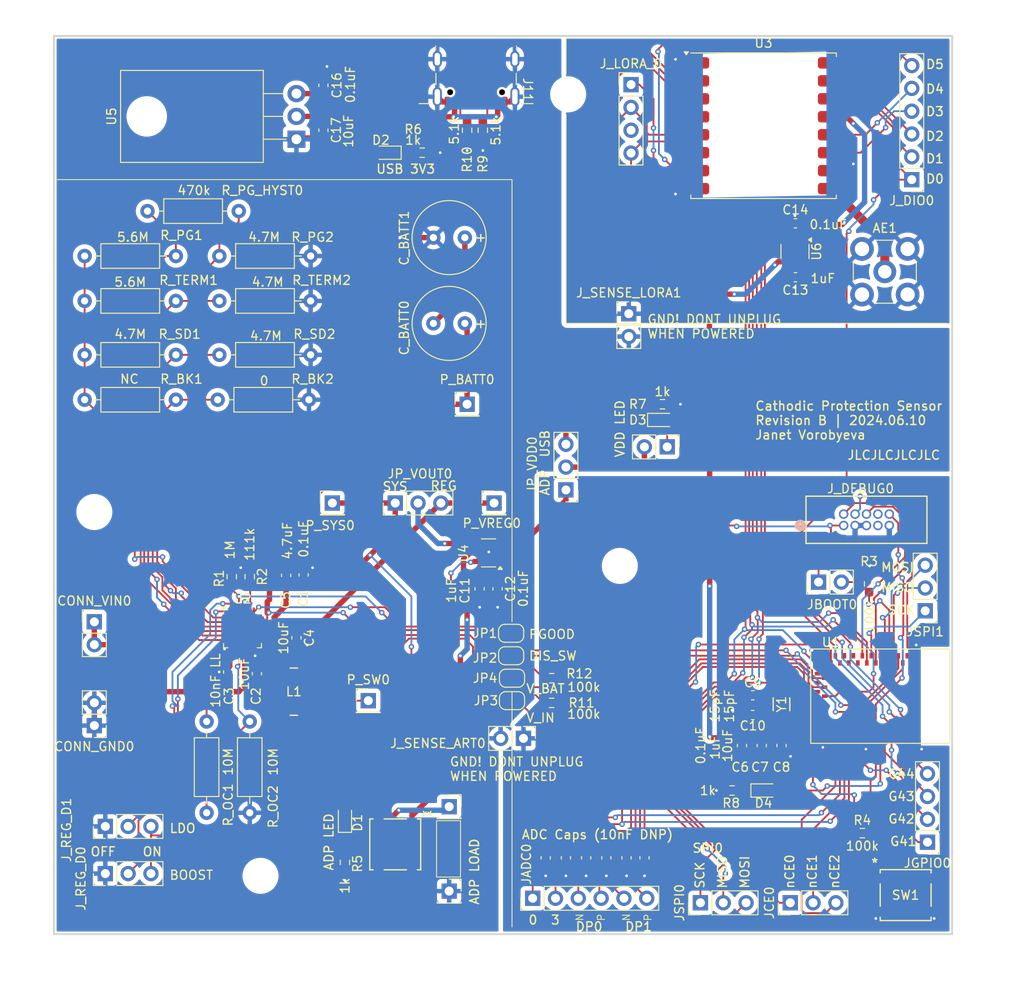
<source format=kicad_pcb>
(kicad_pcb (version 20240108) (generator "pcbnew") (generator_version "8.0")
  (title_block (title "CPM Sensor v0.1") (date "2024-05-15"))
  (layers (0 "F.Cu" signal) (31 "B.Cu" signal) (34 "B.Paste" user) (35 "F.Paste" user) (36 "B.SilkS" user "B.Silkscreen") (37 "F.SilkS" user "F.Silkscreen") (38 "B.Mask" user) (39 "F.Mask" user) (44 "Edge.Cuts" user))
  (net 0 "")
  (net 1 "/power/V_SYS")
  (net 2 "GND")
  (net 3 "Net-(U2-CBP)")
  (net 4 "VDD")
  (net 5 "Net-(U1-XO)")
  (net 6 "Net-(U1-XI)")
  (net 7 "/artemis/SPI1.MISO")
  (net 8 "/artemis/SPI1.SCK")
  (net 9 "/artemis/SPI1.MOSI")
  (net 10 "/artemis/MISC_GPIO_3")
  (net 11 "/artemis/MISC_GPIO_2")
  (net 12 "/artemis/MISC_GPIO_1")
  (net 13 "/artemis/MISC_GPIO_0")
  (net 14 "/artemis/ADC_DP0_{P}")
  (net 15 "/artemis/ADC_DP1_{P}")
  (net 16 "/artemis/ADC_DP1_{N}")
  (net 17 "/artemis/ADC_DP0_{N}")
  (net 18 "/artemis/ADC0{slash}TRIG0{slash}CMPIN0")
  (net 19 "/artemis/ADC3")
  (net 20 "/lora/GND_LORA_SENSE")
  (net 21 "/SPI0.MISO")
  (net 22 "/SPI0.MOSI")
  (net 23 "/SPI0.SCK")
  (net 24 "/SPI0.nCE0")
  (net 25 "/SPI0.nCE1")
  (net 26 "/SPI0.nCE2")
  (net 27 "/power/BAT")
  (net 28 "/power/SW")
  (net 29 "/artemis/DIS_SW")
  (net 30 "/artemis/nRESET")
  (net 31 "Net-(U2-REF)")
  (net 32 "Net-(U2-SETBK)")
  (net 33 "Net-(U2-MPPT)")
  (net 34 "Net-(U2-SETPG)")
  (net 35 "Net-(U2-SETHYST)")
  (net 36 "Net-(U2-SETSD)")
  (net 37 "Net-(U2-TERM)")
  (net 38 "/power/LLD")
  (net 39 "/artemis/PWR_GOOD")
  (net 41 "Net-(AE1-A)")
  (net 42 "/artemis/LORA_T{slash}RXDONE")
  (net 44 "/artemis/LORA_EN")
  (net 55 "/artemis/SWO")
  (net 56 "/artemis/SWDCK")
  (net 64 "/artemis/SWDIO")
  (net 70 "Net-(D3-A)")
  (net 71 "/power/PGOOD")
  (net 72 "/power/DIS_SW")
  (net 73 "Net-(D1-A)")
  (net 74 "/VADP_{IN}")
  (net 75 "/artemis/GND_{ARTEMIS}")
  (net 76 "/VADP_{OUT}")
  (net 77 "Net-(JP_VDD0-Pin_1)")
  (net 78 "/VUSB_{5V}")
  (net 79 "/VUSB_{3V3}")
  (net 80 "Net-(C_BATT0--)")
  (net 81 "Net-(D1-K)")
  (net 82 "Net-(D2-K)")
  (net 83 "Net-(D3-K)")
  (net 84 "Net-(D4-K)")
  (net 85 "/artemis/LED")
  (net 88 "Net-(J11-CC1)")
  (net 90 "Net-(J11-CC2)")
  (net 94 "/artemis/LORA_nRST")
  (net 95 "Net-(J_DIO0-Pin_3)")
  (net 96 "Net-(J_DIO0-Pin_4)")
  (net 97 "Net-(J_DIO0-Pin_5)")
  (net 98 "Net-(J_DIO0-Pin_6)")
  (net 99 "Net-(J_DIO0-Pin_2)")
  (net 100 "/lora/V33_{LORA}")
  (net 101 "/power/V_REG")
  (net 102 "/power/REG_D0")
  (net 103 "/power/REG_D1")
  (net 104 "/power/VID")
  (net 106 "/artemis/BOOT")
  (footprint "Capacitor_SMD:C_0603_1608Metric_Pad1.08x0.95mm_HandSolder" (layer "F.Cu") (at 121.25 132.5 90)
    (property "Reference" "C18" (hide yes))
    (property "Value" "1nF")
  )
  (footprint "Connector_PinHeader_2.54mm:PinHeader_1x03_P2.54mm_Vertical" (layer "F.Cu") (at 119 91.54 180)
    (property "Reference" "JP_VDD0")
    (property "Value" "Conn_01x03_Pin")
  )
  (footprint "Connector_PinHeader_2.54mm:PinHeader_1x06_P2.54mm_Vertical" (layer "F.Cu") (at 157.5 57 180)
    (property "Reference" "J_DIO0")
    (property "Value" "Conn_01x06_Pin")
  )
  (footprint "Resistor_THT:R_Axial_DIN0207_L6.3mm_D2.5mm_P10.16mm_Horizontal" (layer "F.Cu") (at 65.42 81.5)
    (property "Reference" "R_BK1")
    (property "Value" "NC")
  )
  (footprint "Resistor_THT:R_Axial_DIN0207_L6.3mm_D2.5mm_P10.16mm_Horizontal" (layer "F.Cu") (at 65.42 65.5)
    (property "Reference" "R_PG1")
    (property "Value" "5.6M")
  )
  (footprint "Resistor_THT:R_Axial_DIN0207_L6.3mm_D2.5mm_P10.16mm_Horizontal" (layer "F.Cu") (at 65.42 70.5)
    (property "Reference" "R_TERM1")
    (property "Value" "5.6M")
  )
  (footprint "Resistor_SMD:R_0603_1608Metric_Pad0.98x0.95mm_HandSolder" (layer "F.Cu") (at 152 129.75)
    (property "Reference" "R4")
    (property "Value" "100k")
  )
  (footprint "Capacitor_SMD:C_0603_1608Metric_Pad1.08x0.95mm_HandSolder" (layer "F.Cu") (at 119 132.5 90)
    (property "Reference" "C22" (hide yes))
    (property "Value" "1nF")
  )
  (footprint "Resistor_THT:R_Axial_DIN0207_L6.3mm_D2.5mm_P10.16mm_Horizontal" (layer "F.Cu") (at 80.23 81.5)
    (property "Reference" "R_BK2")
    (property "Value" "0")
  )
  (footprint "Capacitor_SMD:C_0603_1608Metric_Pad1.08x0.95mm_HandSolder" (layer "F.Cu") (at 89.8 101 90)
    (property "Reference" "C1")
    (property "Value" "0.1uF")
  )
  (footprint "Capacitor_THT:C_Radial_D8.0mm_H11.5mm_P3.50mm" (layer "F.Cu") (at 107.75 73 180)
    (property "Reference" "C_BATT0")
    (property "Value" "1F 2.7V")
  )
  (footprint "Connector_PinHeader_2.54mm:PinHeader_1x02_P2.54mm_Vertical" (layer "F.Cu") (at 147.125 101.8 90)
    (property "Reference" "JBOOT0")
    (property "Value" "Conn_01x02_Pin")
  )
  (footprint "Package_TO_SOT_THT:TO-220-3_Horizontal_TabDown" (layer "F.Cu") (at 89 52.5 90)
    (property "Reference" "U5")
    (property "Value" "LD1117AV33_TO220")
  )
  (footprint "Connector_PinSocket_2.54mm:PinSocket_1x01_P2.54mm_Vertical" (layer "F.Cu") (at 106 126.8)
    (property "Reference" "J_LOAD0" (hide yes))
    (property "Value" "Conn_01x01_Socket")
  )
  (footprint "MountingHole:MountingHole_3.5mm" (layer "F.Cu") (at 66.5 94)
    (property "Reference" "H2" (hide yes))
    (property "Value" "MountingHole")
  )
  (footprint "Connector_PinHeader_2.54mm:PinHeader_1x03_P2.54mm_Vertical" (layer "F.Cu") (at 143.975 137.5 90)
    (property "Reference" "JCE0")
    (property "Value" "Conn_01x03_Pin")
  )
  (footprint "Resistor_THT:R_Axial_DIN0207_L6.3mm_D2.5mm_P10.16mm_Horizontal" (layer "F.Cu") (at 65.42 76.5)
    (property "Reference" "R_SD1")
    (property "Value" "4.7M")
  )
  (footprint "LED_SMD:LED_0603_1608Metric_Pad1.05x0.95mm_HandSolder" (layer "F.Cu") (at 129.75 83.75)
    (property "Reference" "D3")
    (property "Value" "LED")
  )
  (footprint "Connector_PinHeader_2.54mm:PinHeader_1x04_P2.54mm_Vertical" (layer "F.Cu") (at 159.25 130.75 180)
    (property "Reference" "JGPIO0")
    (property "Value" "Conn_01x04_Pin")
  )
  (footprint "Capacitor_THT:C_Radial_D8.0mm_H11.5mm_P3.50mm" (layer "F.Cu") (at 107.75 63.45 180)
    (property "Reference" "C_BATT1")
    (property "Value" "1F 2.7V")
  )
  (footprint "RF_Module:HOPERF_RFM9XW_SMD" (layer "F.Cu") (at 141 51)
    (property "Reference" "U3")
    (property "Value" "RFM95W-915S2")
  )
  (footprint "Resistor_THT:R_Axial_DIN0207_L6.3mm_D2.5mm_P10.16mm_Horizontal" (layer "F.Cu") (at 79 117.32 -90)
    (property "Reference" "R_OC1")
    (property "Value" "10M")
  )
  (footprint "Package_TO_SOT_SMD:SOT-23-6" (layer "F.Cu") (at 144.5 65 -90)
    (property "Reference" "U6")
    (property "Value" "TPS22860")
  )
  (footprint "Capacitor_SMD:C_0603_1608Metric_Pad1.08x0.95mm_HandSolder" (layer "F.Cu") (at 144.55 67.8625 180)
    (property "Reference" "C13")
    (property "Value" "1uF")
  )
  (footprint "0JV_CPM_Footprints:SMT_FS_PTS526" (layer "F.Cu") (at 100 131 -90)
    (property "Reference" "SW_ADP_LED0" (hide yes))
    (property "Value" "ADP_LED")
  )
  (footprint "Capacitor_SMD:C_0603_1608Metric_Pad1.08x0.95mm_HandSolder" (layer "F.Cu") (at 123.5 132.5 90)
    (property "Reference" "C19" (hide yes))
    (property "Value" "1nF")
  )
  (footprint "Resistor_THT:R_Axial_DIN0207_L6.3mm_D2.5mm_P10.16mm_Horizontal" (layer "F.Cu") (at 80.42 70.5)
    (property "Reference" "R_TERM2")
    (property "Value" "4.7M")
  )
  (footprint "Resistor_THT:R_Axial_DIN0207_L6.3mm_D2.5mm_P10.16mm_Horizontal" (layer "F.Cu") (at 80.42 65.5)
    (property "Reference" "R_PG2")
    (property "Value" "4.7M")
  )
  (footprint "Connector_PinHeader_2.54mm:PinHeader_1x02_P2.54mm_Vertical" (layer "F.Cu") (at 114.275 119.2 -90)
    (property "Reference" "J_SENSE_ART0")
    (property "Value" "Conn_01x02_Pin")
  )
  (footprint "Capacitor_SMD:C_0603_1608Metric_Pad1.08x0.95mm_HandSolder" (layer "F.Cu") (at 144.55 61.8625 180)
    (property "Reference" "C14")
    (property "Value" "0.1uF")
  )
  (footprint "Resistor_SMD:R_0603_1608Metric_Pad0.98x0.95mm_HandSolder" (layer "F.Cu") (at 83.8 101.2 90)
    (property "Reference" "R2")
    (property "Value" "111k")
  )
  (footprint "Capacitor_SMD:C_0603_1608Metric_Pad1.08x0.95mm_HandSolder" (layer "F.Cu") (at 84.6 112 90)
    (property "Reference" "C2")
    (property "Value" "10uF")
  )
  (footprint "Jumper:SolderJumper-2_P1.3mm_Bridged_RoundedPad1.0x1.5mm" (layer "F.Cu") (at 113 115)
    (property "Reference" "JP3")
    (property "Value" "SolderJumper_2_Bridged")
  )
  (footprint "0JV_CPM_Footprints:IND_4818-WE-TPC_WRE" (layer "F.Cu") (at 88.714 114 180)
    (property "Reference" "L1")
    (property "Value" "22uH")
  )
  (footprint "MountingHole:MountingHole_3.5mm" (layer "F.Cu") (at 119.25 47.5)
    (property "Reference" "H1" (hide yes))
    (property "Value" "MountingHole")
  )
  (footprint "Resistor_SMD:R_0603_1608Metric_Pad0.98x0.95mm_HandSolder" (layer "F.Cu") (at 152.75 102 90)
    (property "Reference" "R3")
    (property "Value" "100k")
  )
  (footprint "LED_SMD:LED_0603_1608Metric_Pad1.05x0.95mm_HandSolder" (layer "F.Cu") (at 99 54 180)
    (property "Reference" "D2")
    (property "Value" "LED")
  )
  (footprint "Connector_PinHeader_2.54mm:PinHeader_1x02_P2.54mm_Vertical" (layer "F.Cu") (at 66.5 106.225)
    (property "Reference" "CONN_VIN0")
    (property "Value" "Conn_01x02_Pin")
  )
  (footprint "Connector_PinHeader_2.54mm:PinHeader_1x02_P2.54mm_Vertical" (layer "F.Cu") (at 66.5 117.775 180)
    (property "Reference" "CONN_GND0")
    (property "Value" "Conn_01x02_Pin")
  )
  (footprint "Resistor_SMD:R_0603_1608Metric_Pad0.98x0.95mm_HandSolder" (layer "F.Cu") (at 108 51.5 -90)
    (property "Reference" "R10")
    (property "Value" "5.1k")
  )
  (footprint "Connector_PinHeader_2.54mm:PinHeader_1x03_P2.54mm_Vertical" (layer "F.Cu") (at 133.975 137.5 90)
    (property "Reference" "JSPI0")
    (property "Value" "Conn_01x03_Pin")
  )
  (footprint "Resistor_THT:R_Axial_DIN0207_L6.3mm_D2.5mm_P10.16mm_Horizontal" (layer "F.Cu") (at 83.8 117.32 -90)
    (property "Reference" "R_OC2")
    (property "Value" "10M")
  )
  (footprint "Package_TO_SOT_SMD:SOT-23-6" (layer "F.Cu") (at 110.3875 98.55 180)
    (property "Reference" "U4")
    (property "Value" "TPS22860")
  )
  (footprint "Connector_PinHeader_2.54mm:PinHeader_1x01_P2.54mm_Vertical" (layer "F.Cu") (at 93 93)
    (property "Reference" "P_SYS0")
    (property "Value" "Conn_01x01_Socket")
  )
  (footprint "Jumper:SolderJumper-2_P1.3mm_Bridged_RoundedPad1.0x1.5mm" (layer "F.Cu") (at 113 112.5)
    (property "Reference" "JP4")
    (property "Value" "SolderJumper_2_Bridged")
  )
  (footprint "Connector_PinHeader_2.54mm:PinHeader_1x03_P2.54mm_Vertical" (layer "F.Cu") (at 67.725 129 90)
    (property "Reference" "J_REG_D1")
    (property "Value" "Conn_01x03_Pin")
  )
  (footprint "Capacitor_SMD:C_0603_1608Metric_Pad1.08x0.95mm_HandSolder" (layer "F.Cu") (at 81.4 111.8 90)
    (property "Reference" "C3")
    (property "Value" "10nF LL")
  )
  (footprint "Connector_PinHeader_2.54mm:PinHeader_1x01_P2.54mm_Vertical" (layer "F.Cu") (at 97 115)
    (property "Reference" "P_SW0")
    (property "Value" "Conn_01x01_Pin")
  )
  (footprint "Capacitor_SMD:C_0603_1608Metric_Pad1.08x0.95mm_HandSolder" (layer "F.Cu") (at 139.8 114.4 180)
    (property "Reference" "C9")
    (property "Value" "15pF")
  )
  (footprint "0JV_CPM_Footprints:SMB_Jack_Vertical_RF2" (layer "F.Cu") (at 154.5 67.25)
    (property "Reference" "AE1")
    (property "Value" "Antenna_Shield")
  )
  (footprint "MountingHole:MountingHole_3.5mm" (layer "F.Cu") (at 85 134.5)
    (property "Reference" "H4" (hide yes))
    (property "Value" "MountingHole")
  )
  (footprint "Capacitor_SMD:C_0603_1608Metric_Pad1.08x0.95mm_HandSolder" (layer "F.Cu") (at 92 46.5 90)
    (property "Reference" "C16")
    (property "Value" "0.1uF")
  )
  (footprint "Jumper:SolderJumper-2_P1.3mm_Bridged_RoundedPad1.0x1.5mm" (layer "F.Cu") (at 112.9 110)
    (property "Reference" "JP2")
    (property "Value" "SolderJumper_2_Bridged")
  )
  (footprint "Connector_PinHeader_2.54mm:PinHeader_1x02_P2.54mm_Vertical" (layer "F.Cu") (at 126 71.925)
    (property "Reference" "J_SENSE_LORA1")
    (property "Value" "Conn_01x02_Pin")
  )
  (footprint "Connector_PinSocket_2.54mm:PinSocket_1x01_P2.54mm_Vertical" (layer "F.Cu") (at 106 136.2)
    (property "Reference" "J_LOAD1" (hide yes))
    (property "Value" "Conn_01x01_Socket")
  )
  (footprint "Capacitor_SMD:C_0603_1608Metric_Pad1.08x0.95mm_HandSolder" (layer "F.Cu") (at 139.8 116.6 180)
    (property "Reference" "C10")
    (property "Value" "15pF")
  )
  (footprint "Capacitor_SMD:C_0603_1608Metric_Pad1.08x0.95mm_HandSolder" (layer "F.Cu") (at 89 108 -90)
    (property "Reference" "C4")
    (property "Value" "10uF")
  )
  (footprint "Resistor_SMD:R_0603_1608Metric_Pad0.98x0.95mm_HandSolder" (layer "F.Cu") (at 94.4 133 -90)
    (property "Reference" "R5")
    (property "Value" "1k")
  )
  (footprint "Capacitor_SMD:C_0603_1608Metric_Pad1.08x0.95mm_HandSolder" (layer "F.Cu") (at 116.75 132.5 90)
    (property "Reference" "C15" (hide yes))
    (property "Value" "1nF")
  )
  (footprint "Capacitor_SMD:C_0603_1608Metric_Pad1.08x0.95mm_HandSolder" (layer "F.Cu") (at 143 120 -90)
    (property "Reference" "C8")
    (property "Value" "10uF")
  )
  (footprint "Resistor_THT:R_Axial_DIN0207_L6.3mm_D2.5mm_P10.16mm_Horizontal" (layer "F.Cu") (at 72.42 60.5)
    (property "Reference" "R_PG_HYST0")
    (property "Value" "470k")
  )
  (footprint "LED_SMD:LED_0603_1608Metric_Pad1.05x0.95mm_HandSolder" (layer "F.Cu") (at 141.25 125)
    (property "Reference" "D4")
    (property "Value" "LED")
  )
  (footprint "Connector_PinHeader_2.54mm:PinHeader_1x06_P2.54mm_Vertical" (layer "F.Cu") (at 115.3 137 90)
    (property "Reference" "JADC0")
    (property "Value" "Conn_01x06_Pin")
  )
  (footprint "Package_CSP:LFCSP-24-1EP_4x4mm_P0.5mm_EP2.3x2.3mm" (layer "F.Cu") (at 83 107)
    (property "Reference" "U2")
    (property "Value" "ADP5091")
  )
  (footprint "0JV_CPM_Footprints:XTAL_ECS-31B_ECS" (layer "F.Cu") (at 143 115.4 90)
    (property "Reference" "Y1")
    (property "Value" "32.768kHz")
  )
  (footprint "Resistor_SMD:R_0603_1608Metric_Pad0.98x0.95mm_HandSolder" (layer "F.Cu") (at 117.4125 112.5)
    (property "Reference" "R12")
    (property "Value" "100k")
  )
  (footprint "Resistor_SMD:R_0603_1608Metric_Pad0.98x0.95mm_HandSolder" (layer "F.Cu") (at 103 54)
    (property "Reference" "R6")
    (property "Value" "1k")
  )
  (footprint "Resistor_SMD:R_0603_1608Metric_Pad0.98x0.95mm_HandSolder" (layer "F.Cu") (at 109.75 51.5 -90)
    (property "Reference" "R9")
    (property "Value" "5.1k")
  )
  (footprint "Resistor_SMD:R_0603_1608Metric_Pad0.98x0.95mm_HandSolder" (layer "F.Cu") (at 81.8 101.2 90)
    (property "Reference" "R1")
    (property "Value" "1M")
  )
  (footprint "Capacitor_SMD:C_0603_1608Metric_Pad1.08x0.95mm_HandSolder" (layer "F.Cu") (at 140.8 120 -90)
    (property "Reference" "C7")
    (property "Value" "1uF")
  )
  (footprint "Capacitor_SMD:C_0603_1608Metric_Pad1.08x0.95mm_HandSolder" (layer "F.Cu") (at 138.6 120 -90)
    (property "Reference" "C6")
    (property "Value" "0.1uF")
  )
  (footprint "Connector_PinHeader_2.54mm:PinHeader_1x02_P2.54mm_Vertical" (layer "F.Cu") (at 130.275 86.75 -90)
    (property "Reference" "J_VDD_LED0" (hide yes))
    (property "Value" "Conn_01x02_Pin")
  )
  (footprint "MountingHole:MountingHole_3.5mm" (layer "F.Cu") (at 125 100)
    (property "Reference" "H3" (hide yes))
    (property "Value" "MountingHole")
  )
  (footprint "Connector_PinHeader_2.54mm:PinHeader_1x01_P2.54mm_Vertical" (layer "F.Cu") (at 111 93)
    (property "Reference" "P_VREG0")
    (property "Value" "Conn_01x01_Socket")
  )
  (footprint "0JV_CPM_Footprints:CONN_3220-10-0100-00_CNC" (layer "F.Cu") (at 149.92 95.5)
    (property "Reference" "J_DEBUG0")
    (property "Value" "Conn_02x05_Odd_Even")
  )
  (footprint "Jumper:SolderJumper-2_P1.3mm_Bridged_RoundedPad1.0x1.5mm" (layer "F.Cu") (at 112.9 107.5)
    (property "Reference" "JP1")
    (property "Value" "SolderJumper_2_Bridged")
  )
  (footprint "Resistor_SMD:R_0603_1608Metric_Pad0.98x0.95mm_HandSolder" (layer "F.Cu") (at 129.75 82)
    (property "Reference" "R7")
    (property "Value" "1k")
  )
  (footprint "Connector_PinHeader_2.54mm:PinHeader_1x03_P2.54mm_Vertical" (layer "F.Cu") (at 67.725 134.25 90)
    (property "Reference" "J_REG_D0")
    (property "Value" "Conn_01x03_Pin")
  )
  (footprint "Resistor_SMD:R_0603_1608Metric_Pad0.98x0.95mm_HandSolder" (layer "F.Cu") (at 117.4125 115.25)
    (property "Reference" "R11")
    (property "Value" "100k")
  )
  (footprint "0JV_CPM_Footprints:SMT_FS_PTS526" (layer "F.Cu") (at 156.81865 136.6458)
    (property "Reference" "SW1")
    (property "Value" "RESET")
  )
  (footprint "Capacitor_SMD:C_0603_1608Metric_Pad1.08x0.95mm_HandSolder" (layer "F.Cu") (at 127.75 132.5 90)
    (property "Reference" "C21" (hide yes))
    (property "Value" "1nF")
  )
  (footprint "Resistor_THT:R_Axial_DIN0207_L6.3mm_D2.5mm_P10.16mm_Horizontal" (layer "F.Cu") (at 80.42 76.5)
    (property "Reference" "R_SD2")
    (property "Value" "4.7M")
  )
  (footprint "0JV_CPM_Footprints:USB4105-GF-A" (layer "F.Cu") (at 109 45.8 180)
    (property "Reference" "J11")
    (property "Value" "USB_C_Receptacle_USB2.0")
  )
  (footprint "LED_SMD:LED_0603_1608Metric_Pad1.05x0.95mm_HandSolder" (layer "F.Cu") (at 94.4 128 90)
    (property "Reference" "D1")
    (property "Value" "LED")
  )
  (footprint "Connector_PinHeader_2.54mm:PinHeader_1x03_P2.54mm_Vertical" (layer "F.Cu") (at 159 105 180)
    (property "Reference" "JSPI1")
    (property "Value" "Conn_01x03_Pin")
  )
  (footprint "Connector_PinHeader_2.54mm:PinHeader_1x03_P2.54mm_Vertical" (layer "F.Cu") (at 100 93 90)
    (property "Reference" "JP_VOUT0")
    (property "Value" "Conn_01x03_Pin")
  )
  (footprint "0JV_CPM_Footprints:Sparkfun Artemis" (layer "F.Cu") (at 153 114.5)
    (property "Reference" "U1")
    (property "Value" "Sparkfun Artemis")
  )
  (footprint "Capacitor_SMD:C_0603_1608Metric_Pad1.08x0.95mm_HandSolder" (layer "F.Cu") (at 111.3875 102.55 -90)
    (property "Reference" "C12")
    (property "Value" "0.1uF")
  )
  (footprint "Connector_PinHeader_2.54mm:PinHeader_1x04_P2.54mm_Vertical" (layer "F.Cu") (at 126.25 46.42)
    (property "Reference" "J_LORA_0")
    (property "Value" "Conn_01x04_Pin")
  )
  (footprint "Connector_PinHeader_2.54mm:PinHeader_1x01_P2.54mm_Vertical" (layer "F.Cu") (at 108 82)
    (property "Reference" "P_BATT0")
    (property "Value" "Conn_01x01_Pin")
  )
  (footprint "Capacitor_SMD:C_0603_1608Metric_Pad1.08x0.95mm_HandSolder" (layer "F.Cu") (at 92 51.5 -90)
    (property "Reference" "C17")
    (property "Value" "10uF")
  )
  (footprint "Capacitor_SMD:C_0603_1608Metric_Pad1.08x0.95mm_HandSolder" (layer "F.Cu") (at 125.75 132.5 90)
    (property "Reference" "C20" (hide yes))
    (property "Value" "1nF")
  )
  (footprint "Resistor_SMD:R_0603_1608Metric_Pad0.98x0.95mm_HandSolder" (layer "F.Cu") (at 137.5 125 180)
    (property "Reference" "R8")
    (property "Value" "1k")
  )
  (footprint "Capacitor_SMD:C_0603_1608Metric_Pad1.08x0.95mm_HandSolder" (layer "F.Cu") (at 87.85 101.05 90)
    (property "Reference" "C5")
    (property "Value" "4.7uF")
  )
  (footprint "Capacitor_SMD:C_0603_1608Metric_Pad1.08x0.95mm_HandSolder" (layer "F.Cu") (at 109.3875 102.55 -90)
    (property "Reference" "C11")
    (property "Value" "1uF")
  )
  (gr_line (start 119 45.25) (end 119 41.25) (stroke (width 0.1)) (layer "F.SilkS"))
  (gr_line (start 113 106.2) (end 113 57) (stroke (width 0.1)) (layer "F.SilkS"))
  (gr_line (start 119 73) (end 161.4 73) (stroke (width 0.1)) (layer "F.SilkS"))
  (gr_line (start 113 57) (end 62.4 57) (stroke (width 0.1)) (layer "F.SilkS"))
  (gr_line (start 119 49.75) (end 119 73) (stroke (width 0.1)) (layer "F.SilkS"))
  (gr_line (start 113 140.2) (end 113 114) (stroke (width 0.1)) (layer "F.SilkS"))
  (gr_rect (start 104.6 128.365) (end 107.265 134.635) (stroke (width 0.1)) (fill none) (layer "F.SilkS"))
  (gr_rect (start 62 41) (end 162 141) (stroke (width 0.2)) (fill none) (layer "Edge.Cuts"))
  (gr_text "MOSI" (at 139.5 136 90) (layer "F.SilkS") (effects (font (size 1 1) (thickness 0.16)) (justify left bottom)))
  (gr_text "P\n" (at 128.6 139.6 90) (layer "F.SilkS") (effects (font (size 0.8 0.8) (thickness 0.1) (bold yes)) (justify left bottom)))
  (gr_text "DIS_SW" (at 114.8 110.6 0) (layer "F.SilkS") (effects (font (size 1 1)) (justify left bottom)))
  (gr_text "OFF" (at 66 132.4 0) (layer "F.SilkS") (effects (font (size 1 1) (thickness 0.16)) (justify left bottom)))
  (gr_text "D0" (at 159 57.5 0) (layer "F.SilkS") (effects (font (size 1 1) (thickness 0.16)) (justify left bottom)))
  (gr_text "D4" (at 159 47.5 0) (layer "F.SilkS") (effects (font (size 1 1) (thickness 0.16)) (justify left bottom)))
  (gr_text "DP1" (at 125.5 140.75 0) (layer "F.SilkS") (effects (font (size 1 1) (thickness 0.16)) (justify left bottom)))
  (gr_text "N" (at 126.2 139.6 90) (layer "F.SilkS") (effects (font (size 0.8 0.8) (thickness 0.1) (bold yes)) (justify left bottom)))
  (gr_text "V_BAT" (at 114.5 114.25 0) (layer "F.SilkS") (effects (font (size 1 1) (thickness 0.16)) (justify left bottom)))
  (gr_text "SCK" (at 154.75 105.5 0) (layer "F.SilkS") (effects (font (size 1 1) (thickness 0.16)) (justify left bottom)))
  (gr_text "DP0" (at 120 140.75 0) (layer "F.SilkS") (effects (font (size 1 1) (thickness 0.16)) (justify left bottom)))
  (gr_text "MISO" (at 137 136 90) (layer "F.SilkS") (effects (font (size 1 1) (thickness 0.16)) (justify left bottom)))
  (gr_text "ADP LOAD" (at 109.4 137.8 90) (layer "F.SilkS") (effects (font (size 1 1) (thickness 0.16)) (justify left bottom)))
  (gr_text "REG" (at 103.84 91.67 0) (layer "F.SilkS") (effects (font (size 1 1) (thickness 0.16)) (justify left bottom)))
  (gr_text "nCE1" (at 147 136 90) (layer "F.SilkS") (effects (font (size 1 1) (thickness 0.16)) (justify left bottom)))
  (gr_text "D3" (at 159 50 0) (layer "F.SilkS") (effects (font (size 1 1) (thickness 0.16)) (justify left bottom)))
  (gr_text "GND! DONT UNPLUG\nWHEN POWERED" (at 106 124 0) (layer "F.SilkS") (effects (font (size 1 1)) (justify left bottom)))
  (gr_text "SCK" (at 134.5 136 90) (layer "F.SilkS") (effects (font (size 1 1) (thickness 0.16)) (justify left bottom)))
  (gr_text "PGOOD" (at 114.8 108.2 0) (layer "F.SilkS") (effects (font (size 1 1)) (justify left bottom)))
  (gr_text "G42" (at 154.8 128.75 0) (layer "F.SilkS") (effects (font (size 1 1) (thickness 0.16)) (justify left bottom)))
  (gr_text "D1" (at 159 55.25 0) (layer "F.SilkS") (effects (font (size 1 1) (thickness 0.16)) (justify left bottom)))
  (gr_text "D2" (at 159 52.75 0) (layer "F.SilkS") (effects (font (size 1 1) (thickness 0.16)) (justify left bottom)))
  (gr_text "USB 3V3" (at 97.8 56.4 0) (layer "F.SilkS") (effects (font (size 1 1) (thickness 0.16)) (justify left bottom)))
  (gr_text "nCE0" (at 144.5 136 90) (layer "F.SilkS") (effects (font (size 1 1) (thickness 0.16)) (justify left bottom)))
  (gr_text "JLCJLCJLCJLC" (at 150.25 88.25 0) (layer "F.SilkS") (effects (font (size 1 1) (thickness 0.16)) (justify left bottom)))
  (gr_text "D5" (at 159 44.75 0) (layer "F.SilkS") (effects (font (size 1 1) (thickness 0.16)) (justify left bottom)))
  (gr_text "VDD LED" (at 125.6 88 90) (layer "F.SilkS") (effects (font (size 1 1) (thickness 0.16)) (justify left bottom)))
  (gr_text "GND! DONT UNPLUG\nWHEN POWERED" (at 128 74.75 0) (layer "F.SilkS") (effects (font (size 1 1)) (justify left bottom)))
  (gr_text "0" (at 114.75 140 0) (layer "F.SilkS") (effects (font (size 1 1) (thickness 0.16)) (justify left bottom)))
  (gr_text "V_IN" (at 114.5 117.5 0) (layer "F.SilkS") (effects (font (size 1 1)) (justify left bottom)))
  (gr_text "MISO" (at 154 103 0) (layer "F.SilkS") (effects (font (size 1 1) (thickness 0.16)) (justify left bottom)))
  (gr_text "LDO" (at 74.8 129.8 0) (layer "F.SilkS") (effects (font (size 1 1) (thickness 0.16)) (justify left bottom)))
  (gr_text "3" (at 117.25 140 0) (layer "F.SilkS") (effects (font (size 1 1)) (justify left bottom)))
  (gr_text "USB" (at 117.25 88 90) (layer "F.SilkS") (effects (font (size 1 1) (thickness 0.16)) (justify left bottom)))
  (gr_text "nCE2" (at 149.5 136 90) (layer "F.SilkS") (effects (font (size 1 1) (thickness 0.16)) (justify left bottom)))
  (gr_text "Cathodic Protection Sensor\nRevision B | 2024.06.10\nJanet Vorobyeva" (at 140 86 0) (layer "F.SilkS") (effects (font (size 1 1) (thickness 0.16)) (justify left bottom)))
  (gr_text "G44" (at 154.8 123.75 0) (layer "F.SilkS") (effects (font (size 1 1) (thickness 0.16)) (justify left bottom)))
  (gr_text "ADP LED" (at 93.2 134 90) (layer "F.SilkS") (effects (font (size 1 1) (thickness 0.16)) (justify left bottom)))
  (gr_text "SYS" (at 98.5 91.75 0) (layer "F.SilkS") (effects (font (size 1 1) (thickness 0.16)) (justify left bottom)))
  (gr_text "+" (at 108.8 73.6 0) (layer "F.SilkS") (effects (font (size 1 1) (thickness 0.16)) (justify left bottom)))
  (gr_text "SPI0" (at 133 132 0) (layer "F.SilkS") (effects (font (size 1 1) (thickness 0.16)) (justify left bottom)))
  (gr_text "G43" (at 154.8 126.25 0) (layer "F.SilkS") (effects (font (size 1 1) (thickness 0.16)) (justify left bottom)))
  (gr_text "P\n" (at 123.4 139.6 90) (layer "F.SilkS") (effects (font (size 0.8 0.8) (thickness 0.1) (bold yes)) (justify left bottom)))
  (gr_text "BOOST" (at 74.8 135 0) (layer "F.SilkS") (effects (font (size 1 1)) (justify left bottom)))
  (gr_text "+" (at 108.8 64 0) (layer "F.SilkS") (effects (font (size 1 1) (thickness 0.16)) (justify left bottom)))
  (gr_text "ON" (at 71.8 132.4 0) (layer "F.SilkS") (effects (font (size 1 1) (thickness 0.16)) (justify left bottom)))
  (gr_text "G41" (at 155 131.25 0) (layer "F.SilkS") (effects (font (size 1 1) (thickness 0.16)) (justify left bottom)))
  (gr_text "MOSI" (at 154 100.75 0) (layer "F.SilkS") (effects (font (size 1 1) (thickness 0.16)) (justify left bottom)))
  (gr_text "N" (at 121 139.6 90) (layer "F.SilkS") (effects (font (size 0.8 0.8) (thickness 0.1) (bold yes)) (justify left bottom)))
  (gr_text "ADC Caps (10nF DNP)" (at 114 130.5 0) (layer "F.SilkS") (effects (font (size 1 1) (thickness 0.16)) (justify left bottom)))
  (gr_text "ADP" (at 117.25 92.25 90) (layer "F.SilkS") (effects (font (size 1 1) (thickness 0.16)) (justify left bottom)))
  (segment (start 100 96) (end 100 93) (width 0.6) (layer "F.Cu") (net 1))
  (segment (start 72.805 130) (end 86.965686 130) (width 0.2) (layer "F.Cu") (net 1))
  (segment (start 86.5 105.75) (end 87.85 104.4) (width 0.6) (layer "F.Cu") (net 1))
  (segment (start 89.8 101.8625) (end 94.1375 101.8625) (width 0.6) (layer "F.Cu") (net 1))
  (segment (start 101.8 115.165686) (end 101.8 109.000018) (width 0.2) (layer "F.Cu") (net 1))
  (segment (start 87.85 104.4) (end 87.85 101.9125) (width 0.6) (layer "F.Cu") (net 1))
  (segment (start 86.5 105.75) (end 86.5 105.901472) (width 0.2) (layer "F.Cu") (net 1))
  (segment (start 72.805 130) (end 72.805 129) (width 0.2) (layer "F.Cu") (net 1))
  (segment (start 72.805 134.25) (end 72.805 130) (width 0.2) (layer "F.Cu") (net 1))
  (segment (start 85.651472 106.75) (end 86.5 105.901472) (width 0.2) (layer "F.Cu") (net 1))
  (segment (start 86.965686 130) (end 101.8 115.165686) (width 0.2) (layer "F.Cu") (net 1))
  (segment (start 87.85 101.9125) (end 89.75 101.9125) (width 0.6) (layer "F.Cu") (net 1))
  (segment (start 94.1375 101.8625) (end 100 96) (width 0.6) (layer "F.Cu") (net 1))
  (segment (start 100 93) (end 93 93) (width 0.6) (layer "F.Cu") (net 1))
  (segment (start 84.9375 106.75) (end 85.651472 106.75) (width 0.2) (layer "F.Cu") (net 1))
  (via (at 97.2 98.8) (size 0.6) (drill 0.3) (layers "F.Cu" "B.Cu") (net 1))
  (via (at 101.8 109.000018) (size 0.6) (drill 0.3) (layers "F.Cu" "B.Cu") (net 1))
  (segment (start 97.2 98.8) (end 101.8 103.4) (width 0.2) (layer "B.Cu") (net 1))
  (segment (start 101.8 103.4) (end 101.8 109.000018) (width 0.2) (layer "B.Cu") (net 1))
  (segment (start 111.3875 103.4125) (end 111.3875 104.5875) (width 0.6) (layer "F.Cu") (net 2))
  (segment (start 89 108.8625) (end 90.1375 108.8625) (width 0.6) (layer "F.Cu") (net 2))
  (segment (start 105.255 48.34) (end 104.68 47.765) (width 0.6) (layer "F.Cu") (net 2))
  (segment (start 92 52.3625) (end 89.1375 52.3625) (width 0.6) (layer "F.Cu") (net 2))
  (segment (start 84.6 111.1375) (end 84.6 110.2) (width 0.6) (layer "F.Cu") (net 2))
  (segment (start 66.5 115.235) (end 66.5 117.775) (width 0.6) (layer "F.Cu") (net 2))
  (segment (start 92 44.8) (end 92 45.6375) (width 0.6) (layer "F.Cu") (net 2))
  (segment (start 81.2625 112.6625) (end 81.4 112.6625) (width 0.6) (layer "F.Cu") (net 2))
  (segment (start 80.4 111.8) (end 81.2625 112.6625) (width 0.6) (layer "F.Cu") (net 2))
  (segment (start 90.8 100.2) (end 89.8625 100.2) (width 0.6) (layer "F.Cu") (net 2))
  (segment (start 83.25 105.0625) (end 83.25 104) (width 0.2) (layer "F.Cu") (net 2))
  (segment (start 90.1375 108.8625) (end 90.2 108.8) (width 0.6) (layer "F.Cu") (net 2))
  (segment (start 83.25 105.0625) (end 83.25 106.75) (width 0.2) (layer "F.Cu") (net 2))
  (segment (start 81.8 100.2875) (end 82.7125 100.2875) (width 0.2) (layer "F.Cu") (net 2))
  (segment (start 81.3125 108.9375) (end 81 109.25) (width 0.2) (layer "F.Cu") (net 2))
  (segment (start 84.6 110.2) (end 84.4 110) (width 0.6) (layer "F.Cu") (net 2))
  (segment (start 84.25 108.9375) (end 84.25 109.85) (width 0.2) (layer "F.Cu") (net 2))
  (segment (start 112.2 48.34) (end 112.745 48.34) (width 0.6) (layer "F.Cu") (net 2))
  (segment (start 94.4 133.9125) (end 94.4 135) (width 0.6) (layer "F.Cu") (net 2))
  (segment (start 81.75 108.9375) (end 81.3125 108.9375) (width 0.2) (layer "F.Cu") (net 2))
  (segment (start 89.8 100.1375) (end 87.9 100.1375) (width 0.6) (layer "F.Cu") (net 2))
  (segment (start 82.7125 100.2875) (end 82.8 100.2) (width 0.2) (layer "F.Cu") (net 2))
  (segment (start 104.25 63.45) (end 100.55 63.45) (width 0.6) (layer "F.Cu") (net 2))
  (segment (start 81.825 108.175) (end 83 107) (width 0.2) (layer "F.Cu") (net 2))
  (segment (start 109.3875 104.5875) (end 109.4 104.6) (width 0.6) (layer "F.Cu") (net 2))
  (segment (start 130.6625 82) (end 131.75 82) (width 0.2) (layer "F.Cu") (net 2))
  (segment (start 83.8 100.2875) (end 82.8875 100.2875) (width 0.2) (layer "F.Cu") (net 2))
  (segment (start 105.8 48.34) (end 105.255 48.34) (width 0.6) (layer "F.Cu") (net 2))
  (segment (start 82.8875 100.2875) (end 82.8 100.2) (width 0.2) (layer "F.Cu") (net 2))
  (segment (start 103.9125 54) (end 105 54) (width 0.2) (layer "F.Cu") (net 2))
  (segment (start 81.825 108.8625) (end 81.825 108.175) (width 0.2) (layer "F.Cu") (net 2))
  (segment (start 111.3875 104.5875) (end 111.4 104.6) (width 0.6) (layer "F.Cu") (net 2))
  (segment (start 84.25 109.85) (end 84.4 110) (width 0.2) (layer "F.Cu") (net 2))
  (segment (start 110.518902 98.55) (end 111.525 98.55) (width 0.6) (layer "F.Cu") (net 2))
  (segment (start 112.745 48.34) (end 113.32 47.765) (width 0.6) (layer "F.Cu") (net 2))
  (segment (start 108 52.4125) (end 108 53.75) (width 0.6) (layer "F.Cu") (net 2))
  (segment (start 81.75 108.9375) (end 81.825 108.8625) (width 0.2) (layer "F.Cu") (net 2))
  (segment (start 110.412499 98.443597) (end 110.518902 98.55) (width 0.6) (layer "F.Cu") (net 2))
  (segment (start 92.4 44.4) (end 92 44.8) (width 0.6) (layer "F.Cu") (net 2))
  (segment (start 100.55 63.45) (end 100.5 63.5) (width 0.6) (layer "F.Cu") (net 2))
  (segment (start 109.3875 103.4125) (end 109.3875 104.5875) (width 0.6) (layer "F.Cu") (net 2))
  (segment (start 109.75 52.4125) (end 109.75 53.75) (width 0.6) (layer "F.Cu") (net 2))
  (via (at 109.75 53.75) (size 0.6) (drill 0.3) (layers "F.Cu" "B.Cu") (net 2))
  (via (at 90.8 100.2) (size 0.6) (drill 0.3) (layers "F.Cu" "B.Cu") (net 2))
  (via (at 92.4 44.4) (size 0.6) (drill 0.3) (layers "F.Cu" "B.Cu") (net 2))
  (via (at 100.5 63.5) (size 0.6) (drill 0.3) (layers "F.Cu" "B.Cu") (net 2))
  (via (at 90.2 108.8) (size 0.6) (drill 0.3) (layers "F.Cu" "B.Cu") (net 2))
  (via (at 82.8 100.2) (size 0.6) (drill 0.3) (layers "F.Cu" "B.Cu") (net 2))
  (via (at 94.4 135) (size 0.6) (drill 0.3) (layers "F.Cu" "B.Cu") (net 2))
  (via (at 108 53.75) (size 0.6) (drill 0.3) (layers "F.Cu" "B.Cu") (net 2))
  (via (at 131.75 82) (size 0.6) (drill 0.3) (layers "F.Cu" "B.Cu") (net 2))
  (via (at 81 109.25) (size 0.6) (drill 0.3) (layers "F.Cu" "B.Cu") (net 2))
  (via (at 111.4 104.6) (size 0.6) (drill 0.3) (layers "F.Cu" "B.Cu") (net 2))
  (via (at 80.4 111.8) (size 0.6) (drill 0.3) (layers "F.Cu" "B.Cu") (net 2))
  (via (at 83.25 104) (size 0.6) (drill 0.3) (layers "F.Cu" "B.Cu") (net 2))
  (via (at 105 54) (size 0.6) (drill 0.3) (layers "F.Cu" "B.Cu") (net 2))
  (via (at 84.4 110) (size 0.6) (drill 0.3) (layers "F.Cu" "B.Cu") (net 2))
  (via (at 110.412499 98.443597) (size 0.6) (drill 0.3) (layers "F.Cu" "B.Cu") (net 2))
  (via (at 109.4 104.6) (size 0.6) (drill 0.3) (layers "F.Cu" "B.Cu") (net 2))
  (segment (start 82.25 108.9375) (end 82.25 110.0875) (width 0.2) (layer "F.Cu") (net 3))
  (segment (start 82.25 110.0875) (end 81.4 110.9375) (width 0.2) (layer "F.Cu") (net 3))
  (segment (start 147 118) (end 147.3 118) (width 0.6) (layer "F.Cu") (net 4))
  (segment (start 142.6125 66.1375) (end 142.25 66.5) (width 0.6) (layer "F.Cu") (net 4))
  (segment (start 119 89) (end 127.75 89) (width 0.6) (layer "F.Cu") (net 4))
  (segment (start 135.95 69.75) (end 137.75 69.75) (width 0.6) (layer "F.Cu") (net 4))
  (segment (start 144.5 66.95) (end 144.5 66.1375) (width 0.6) (layer "F.Cu") (net 4))
  (segment (start 143 119.1375) (end 146.500008 122.637508) (width 0.2) (layer "F.Cu") (net 4))
  (segment (start 148.5 95.6) (end 148.5 98) (width 0.2) (layer "F.Cu") (net 4))
  (segment (start 140.5 119.1375) (end 141 119.1375) (width 0.6) (layer "F.Cu") (net 4))
  (segment (start 139 119.1375) (end 135.137496 119.1375) (width 0.6) (layer "F.Cu") (net 4))
  (segment (start 143.55 66.1375) (end 144.5 66.1375) (width 0.6) (layer "F.Cu") (net 4))
  (segment (start 146.500008 122.637508) (end 146.500008 124.346008) (width 0.2) (layer "F.Cu") (net 4))
  (segment (start 151.0875 125.5125) (end 151.0875 129.75) (width 0.2) (layer "F.Cu") (net 4))
  (segment (start 148.4 95.5) (end 149.92 95.5) (width 0.2) (layer "F.Cu") (net 4))
  (segment (start 148.5 98) (end 147.125 99.375) (width 0.2) (layer "F.Cu") (net 4))
  (segment (start 147.3 118) (end 147.8 117.5) (width 0.6) (layer "F.Cu") (net 4))
  (segment (start 135 87) (end 135 89.25) (width 0.6) (layer "F.Cu") (net 4))
  (segment (start 134.975 70.725) (end 134.975 86.975) (width 0.6) (layer "F.Cu") (net 4))
  (segment (start 140.5 119.1375) (end 143 119.1375) (width 0.6) (layer "F.Cu") (net 4))
  (segment (start 135 95.5) (end 135 102.25) (width 0.6) (layer "F.Cu") (net 4))
  (segment (start 127.75 89) (end 127.735 88.985) (width 0.6) (layer "F.Cu") (net 4))
  (segment (start 134.75 89) (end 135 89.25) (width 0.6) (layer "F.Cu") (net 4))
  (segment (start 134.975 86.975) (end 135 87) (width 0.6) (layer "F.Cu") (net 4))
  (segment (start 137.9 95.5) (end 138 95.6) (width 0.2) (layer "F.Cu") (net 4))
  (segment (start 139 119.1375) (end 140.5 119.1375) (width 0.6) (layer "F.Cu") (net 4))
  (segment (start 134.975 70.725) (end 135.95 69.75) (width 0.6) (layer "F.Cu") (net 4))
  (segment (start 144.1375 118) (end 147 118) (width 0.6) (layer "F.Cu") (net 4))
  (segment (start 151.1 125.5) (end 151.0875 125.5125) (width 0.2) (layer "F.Cu") (net 4))
  (segment (start 135.137496 119.1375) (end 135 119.000004) (width 0.6) (layer "F.Cu") (net 4))
  (segment (start 143 119.1375) (end 144.1375 118) (width 0.6) (layer "F.Cu") (net 4))
  (segment (start 127.735 88.985) (end 127.735 86.75) (width 0.6) (layer "F.Cu") (net 4))
  (segment (start 145.4125 67.8625) (end 144.5 66.95) (width 0.6) (layer "F.Cu") (net 4))
  (segment (start 135 89.25) (end 135 95.5) (width 0.6) (layer "F.Cu") (net 4))
  (segment (start 148.4 95.5) (end 148.5 95.6) (width 0.2) (layer "F.Cu") (net 4))
  (segment (start 135 95.5) (end 137.9 95.5) (width 0.2) (layer "F.Cu") (net 4))
  (segment (start 143.55 66.1375) (end 142.6125 66.1375) (width 0.6) (layer "F.Cu") (net 4))
  (segment (start 127.75 89) (end 134.75 89) (width 0.6) (layer "F.Cu") (net 4))
  (segment (start 147.125 99.375) (end 147.125 101.8) (width 0.2) (layer "F.Cu") (net 4))
  (via (at 135 119.000004) (size 0.6) (drill 0.3) (layers "F.Cu" "B.Cu") (net 4))
  (via (at 137.75 69.75) (size 0.6) (drill 0.3) (layers "F.Cu" "B.Cu") (net 4))
  (via (at 142.25 66.5) (size 0.6) (drill 0.3) (layers "F.Cu" "B.Cu") (net 4))
  (via (at 146.500008 124.346008) (size 0.6) (drill 0.3) (layers "F.Cu" "B.Cu") (net 4))
  (via (at 148.4 95.5) (size 0.6) (drill 0.3) (layers "F.Cu" "B.Cu") (net 4))
  (via (at 151.1 125.5) (size 0.6) (drill 0.3) (layers "F.Cu" "B.Cu") (net 4))
  (via (at 135 102.25) (size 0.6) (drill 0.3) (layers "F.Cu" "B.Cu") (net 4))
  (via (at 138 95.6) (size 0.6) (drill 0.3) (layers "F.Cu" "B.Cu") (net 4))
  (segment (start 135 119.000004) (end 135 102.25) (width 0.6) (layer "B.Cu") (net 4))
  (segment (start 148.3 95.6) (end 138 95.6) (width 0.2) (layer "B.Cu") (net 4))
  (segment (start 148.4 95.5) (end 148.3 95.6) (width 0.2) (layer "B.Cu") (net 4))
  (segment (start 151.1 125.5) (end 151.004 125.404) (width 0.2) (layer "B.Cu") (net 4))
  (segment (start 139 69.75) (end 142.25 66.5) (width 0.6) (layer "B.Cu") (net 4))
  (segment (start 146.500008 124.424904) (end 146.500008 124.346008) (width 0.2) (layer "B.Cu") (net 4))
  (segment (start 137.75 69.75) (end 139 69.75) (width 0.6) (layer "B.Cu") (net 4))
  (segment (start 151.004 125.404) (end 147.479104 125.404) (width 0.2) (layer "B.Cu") (net 4))
  (segment (start 147.479104 125.404) (end 146.500008 124.424904) (width 0.2) (layer "B.Cu") (net 4))
  (segment (start 142.6284 114.4) (end 140.6625 114.4) (width 0.2) (layer "F.Cu") (net 5))
  (segment (start 147.8 116.5) (end 145.828922 116.5) (width 0.2) (layer "F.Cu") (net 5))
  (segment (start 145.828922 116.5) (end 143.357322 114.0284) (width 0.2) (layer "F.Cu") (net 5))
  (segment (start 143 116.7716) (end 140.8341 116.7716) (width 0.2) (layer "F.Cu") (net 6))
  (segment (start 147 117) (end 143.2284 117) (width 0.2) (layer "F.Cu") (net 6))
  (segment (start 155.5 103.25) (end 155.712448 103.037552) (width 0.2) (layer "F.Cu") (net 7))
  (segment (start 155.712448 103.037552) (end 155.904 103.037552) (width 0.2) (layer "F.Cu") (net 7))
  (segment (start 155.5 110.8) (end 155.5 103.25) (width 0.2) (layer "F.Cu") (net 7))
  (via (at 155.904 103.037552) (size 0.6) (drill 0.3) (layers "F.Cu" "B.Cu") (net 7))
  (segment (start 159 102.46) (end 156.481552 102.46) (width 0.2) (layer "B.Cu") (net 7))
  (segment (start 156.481552 102.46) (end 155.904 103.037552) (width 0.2) (layer "B.Cu") (net 7))
  (segment (start 153 107.75) (end 152.75 107.5) (width 0.2) (layer "F.Cu") (net 8))
  (segment (start 153 110) (end 153 107.75) (width 0.2) (layer "F.Cu") (net 8))
  (via (at 152.75 107.5) (size 0.6) (drill 0.3) (layers "F.Cu" "B.Cu") (net 8))
  (segment (start 153.5 106.75) (end 157.25 106.75) (width 0.2) (layer "B.Cu") (net 8))
  (segment (start 152.75 107.5) (end 153.5 106.75) (width 0.2) (layer "B.Cu") (net 8))
  (segment (start 157.25 106.75) (end 159 105) (width 0.2) (layer "B.Cu") (net 8))
  (segment (start 154.5 106) (end 154.25 105.75) (width 0.2) (layer "F.Cu") (net 9))
  (segment (start 154.5 110.8) (end 154.5 106) (width 0.2) (layer "F.Cu") (net 9))
  (via (at 154.25 105.75) (size 0.6) (drill 0.3) (layers "F.Cu" "B.Cu") (net 9))
  (segment (start 156.92 102) (end 159 99.92) (width 0.2) (layer "B.Cu") (net 9))
  (segment (start 155.25 102.843023) (end 156.093023 102) (width 0.2) (layer "B.Cu") (net 9))
  (segment (start 155.25 104.995706) (end 155.25 102.843023) (width 0.2) (layer "B.Cu") (net 9))
  (segment (start 154.25 105.75) (end 154.495706 105.75) (width 0.2) (layer "B.Cu") (net 9))
  (segment (start 154.495706 105.75) (end 155.25 104.995706) (width 0.2) (layer "B.Cu") (net 9))
  (segment (start 156.093023 102) (end 156.92 102) (width 0.2) (layer "B.Cu") (net 9))
  (segment (start 157.5 121.38) (end 159.25 123.13) (width 0.2) (layer "F.Cu") (net 10))
  (segment (start 157.5 118.2) (end 157.5 121.38) (width 0.2) (layer "F.Cu") (net 10))
  (segment (start 154.5 118.2) (end 154.5 120.717969) (width 0.2) (layer "F.Cu") (net 11))
  (segment (start 154.5 120.717969) (end 159.25 125.467969) (width 0.2) (layer "F.Cu") (net 11))
  (segment (start 155.25 120.5) (end 155.25 119.25) (width 0.2) (layer "F.Cu") (net 12))
  (segment (start 156.9 125.86) (end 159.25 128.21) (width 0.2) (layer "F.Cu") (net 12))
  (segment (start 155.25 119.25) (end 155 119) (width 0.2) (layer "F.Cu") (net 12))
  (segment (start 155.907842 123.092158) (end 155.907843 123.092158) (width 0.2) (layer "F.Cu") (net 12))
  (segment (start 156.9 124.084315) (end 156.9 125.86) (width 0.2) (layer "F.Cu") (net 12))
  (segment (start 155.907843 123.092158) (end 156.9 124.084315) (width 0.2) (layer "F.Cu") (net 12))
  (via (at 155.25 120.5) (size 0.6) (drill 0.3) (layers "F.Cu" "B.Cu") (net 12))
  (via (at 155.907842 123.092158) (size 0.6) (drill 0.3) (layers "F.Cu" "B.Cu") (net 12))
  (segment (start 155.25 122.434316) (end 155.25 120.5) (width 0.2) (layer "B.Cu") (net 12))
  (segment (start 155.907842 123.092158) (end 155.25 122.434316) (width 0.2) (layer "B.Cu") (net 12))
  (segment (start 159.25 130.75) (end 158.2 130.75) (width 0.2) (layer "F.Cu") (net 13))
  (segment (start 151 120.85) (end 151 119) (width 0.2) (layer "F.Cu") (net 13))
  (segment (start 158.2 130.75) (end 155.904 128.454) (width 0.2) (layer "F.Cu") (net 13))
  (segment (start 155.904 128.454) (end 155.904 124) (width 0.2) (layer "F.Cu") (net 13))
  (segment (start 152.9 122.75) (end 151 120.85) (width 0.2) (layer "F.Cu") (net 13))
  (segment (start 155.904 124) (end 154.654 122.75) (width 0.2) (layer "F.Cu") (net 13))
  (via (at 152.9 122.75) (size 0.6) (drill 0.3) (layers "F.Cu" "B.Cu") (net 13))
  (via (at 154.654 122.75) (size 0.6) (drill 0.3) (layers "F.Cu" "B.Cu") (net 13))
  (segment (start 152.9 122.75) (end 154.654 122.75) (width 0.2) (layer "B.Cu") (net 13))
  (segment (start 122.725 132.4125) (end 122.725 136.805) (width 0.2) (layer "F.Cu") (net 14))
  (segment (start 134.084315 110.85) (end 126.75 118.184315) (width 0.2) (layer "F.Cu") (net 14))
  (segment (start 126.30625 129.94375) (end 125.19375 129.94375) (width 0.2) (layer "F.Cu") (net 14))
  (segment (start 147.8 113.5) (end 146.5 113.5) (width 0.2) (layer "F.Cu") (net 14))
  (segment (start 145.034314 110.85) (end 134.084315 110.85) (width 0.2) (layer "F.Cu") (net 14))
  (segment (start 146 111.815686) (end 145.034314 110.85) (width 0.2) (layer "F.Cu") (net 14))
  (segment (start 126.75 118.184315) (end 126.75 129.5) (width 0.2) (layer "F.Cu") (net 14))
  (segment (start 123.5 131.6375) (end 122.725 132.4125) (width 0.2) (layer "F.Cu") (net 14))
  (segment (start 146.5 113.5) (end 146 113) (width 0.2) (layer "F.Cu") (net 14))
  (segment (start 146 113) (end 146 111.815686) (width 0.2) (layer "F.Cu") (net 14))
  (segment (start 125.19375 129.94375) (end 123.5 131.6375) (width 0.2) (layer "F.Cu") (net 14))
  (segment (start 126.75 129.5) (end 126.30625 129.94375) (width 0.2) (layer "F.Cu") (net 14))
  (segment (start 133.75 108.75) (end 147.85 108.75) (width 0.2) (layer "F.Cu") (net 15))
  (segment (start 148.5 109.4) (end 148.5 110.8) (width 0.2) (layer "F.Cu") (net 15))
  (segment (start 133.424265 112.924265) (end 133.325735 112.924265) (width 0.2) (layer "F.Cu") (net 15))
  (segment (start 147.85 108.75) (end 148.5 109.4) (width 0.2) (layer "F.Cu") (net 15))
  (segment (start 127.75 118.5) (end 127.75 131.6375) (width 0.2) (layer "F.Cu") (net 15))
  (segment (start 126.975 135.975) (end 128 137) (width 0.2) (layer "F.Cu") (net 15))
  (segment (start 133.325735 112.924265) (end 127.75 118.5) (width 0.2) (layer "F.Cu") (net 15))
  (segment (start 127.75 131.6375) (end 126.975 132.4125) (width 0.2) (layer "F.Cu") (net 15))
  (segment (start 126.975 132.4125) (end 126.975 135.975) (width 0.2) (layer "F.Cu") (net 15))
  (via (at 133.424265 112.924265) (size 0.6) (drill 0.3) (layers "F.Cu" "B.Cu") (net 15))
  (via (at 133.75 108.75) (size 0.6) (drill 0.3) (layers "F.Cu" "B.Cu") (net 15))
  (segment (start 133.75 108.75) (end 133.5 109) (width 0.2) (layer "B.Cu") (net 15))
  (segment (start 133.5 112.84853) (end 133.424265 112.924265) (width 0.2) (layer "B.Cu") (net 15))
  (segment (start 133.5 109) (end 133.5 112.84853) (width 0.2) (layer "B.Cu") (net 15))
  (segment (start 127.25 118.25) (end 127.25 130.1375) (width 0.2) (layer "F.Cu") (net 16))
  (segment (start 145.5 112) (end 144.75 111.25) (width 0.2) (layer "F.Cu") (net 16))
  (segment (start 147 114) (end 146.434315 114) (width 0.2) (layer "F.Cu") (net 16))
  (segment (start 124.5 132.8875) (end 124.5 136.04) (width 0.2) (layer "F.Cu") (net 16))
  (segment (start 145.5 113.065685) (end 145.5 112) (width 0.2) (layer "F.Cu") (net 16))
  (segment (start 144.75 111.25) (end 134.25 111.25) (width 0.2) (layer "F.Cu") (net 16))
  (segment (start 134.25 111.25) (end 127.25 118.25) (width 0.2) (layer "F.Cu") (net 16))
  (segment (start 146.434315 114) (end 145.5 113.065685) (width 0.2) (layer "F.Cu") (net 16))
  (segment (start 125.75 131.6375) (end 124.5 132.8875) (width 0.2) (layer "F.Cu") (net 16))
  (segment (start 124.5 136.04) (end 125.46 137) (width 0.2) (layer "F.Cu") (net 16))
  (segment (start 125.75 131.6375) (end 127.25 130.1375) (width 0.2) (layer "F.Cu") (net 16))
  (segment (start 120.38 132.5075) (end 120.38 137) (width 0.2) (layer "F.Cu") (net 17))
  (segment (start 126.25 118) (end 126.25 129.25) (width 0.2) (layer "F.Cu") (net 17))
  (segment (start 147.8 112.5) (end 146.4 112.5) (width 0.2) (layer "F.Cu") (net 17))
  (segment (start 126 129.5) (end 123.3875 129.5) (width 0.2) (layer "F.Cu") (net 17))
  (segment (start 121.25 131.6375) (end 120.38 132.5075) (width 0.2) (layer "F.Cu") (net 17))
  (segment (start 146.4 112.5) (end 146.4 111.65) (width 0.2) (layer "F.Cu") (net 17))
  (segment (start 146.4 111.65) (end 145.15 110.4) (width 0.2) (layer "F.Cu") (net 17))
  (segment (start 126.25 129.25) (end 126 129.5) (width 0.2) (layer "F.Cu") (net 17))
  (segment (start 145.15 110.4) (end 133.85 110.4) (width 0.2) (layer "F.Cu") (net 17))
  (segment (start 123.3875 129.5) (end 121.25 131.6375) (width 0.2) (layer "F.Cu") (net 17))
  (segment (start 133.85 110.4) (end 126.25 118) (width 0.2) (layer "F.Cu") (net 17))
  (segment (start 149.5 125.424896) (end 147.444371 127.480525) (width 0.2) (layer "F.Cu") (net 18))
  (segment (start 115.3 133.0875) (end 115.3 137) (width 0.2) (layer "F.Cu") (net 18))
  (segment (start 120.3875 128) (end 120.5 128) (width 0.2) (layer "F.Cu") (net 18))
  (segment (start 113.65 115) (end 115.15 116.5) (width 0.2) (layer "F.Cu") (net 18))
  (segment (start 118.325 115.25) (end 119.25 115.25) (width 0.2) (layer "F.Cu") (net 18))
  (segment (start 149.5 118.2) (end 149.5 125.424896) (width 0.2) (layer "F.Cu") (net 18))
  (segment (start 120.5 128) (end 120.5 116.5) (width 0.2) (layer "F.Cu") (net 18))
  (segment (start 116.75 131.6375) (end 115.3 133.0875) (width 0.2) (layer "F.Cu") (net 18))
  (segment (start 116.75 131.6375) (end 120.3875 128) (width 0.2) (layer "F.Cu") (net 18))
  (segment (start 119.25 115.25) (end 120.5 116.5) (width 0.2) (layer "F.Cu") (net 18))
  (segment (start 120.5 128) (end 124.5 128) (width 0.2) (layer "F.Cu") (net 18))
  (segment (start 115.15 116.5) (end 117.075 116.5) (width 0.2) (layer "F.Cu") (net 18))
  (segment (start 117.075 116.5) (end 118.325 115.25) (width 0.2) (layer "F.Cu") (net 18))
  (via (at 124.5 128) (size 0.6) (drill 0.3) (layers "F.Cu" "B.Cu") (net 18))
  (via (at 147.444371 127.480525) (size 0.6) (drill 0.3) (layers "F.Cu" "B.Cu") (net 18))
  (segment (start 147.174896 127.75) (end 147.444371 127.480525) (width 0.2) (layer "B.Cu") (net 18))
  (segment (start 124.75 127.75) (end 147.174896 127.75) (width 0.2) (layer "B.Cu") (net 18))
  (segment (start 124.5 128) (end 124.75 127.75) (width 0.2) (layer "B.Cu") (net 18))
  (segment (start 113.65 112.5) (end 114.65 113.5) (width 0.2) (layer "F.Cu") (net 19))
  (segment (start 118.325 112.5) (end 125.25 119.425) (width 0.2) (layer "F.Cu") (net 19))
  (segment (start 125.25 119.425) (end 125.25 128.75) (width 0.2) (layer "F.Cu") (net 19))
  (segment (start 117.325 113.5) (end 118.325 112.5) (width 0.2) (layer "F.Cu") (net 19))
  (segment (start 114.65 113.5) (end 117.325 113.5) (width 0.2) (layer "F.Cu") (net 19))
  (segment (start 119 131.25) (end 121.5 128.75) (width 0.2) (layer "F.Cu") (net 19))
  (segment (start 148.423846 128.423845) (end 150.5 126.347691) (width 0.2) (layer "F.Cu") (net 19))
  (segment (start 148.423845 128.423845) (end 148.423846 128.423845) (width 0.2) (layer "F.Cu") (net 19))
  (segment (start 121.5 128.75) (end 125.25 128.75) (width 0.2) (layer "F.Cu") (net 19))
  (segment (start 150.5 126.347691) (end 150.5 118.2) (width 0.2) (layer "F.Cu") (net 19))
  (segment (start 117.84 133.218278) (end 119 132.058278) (width 0.2) (layer "F.Cu") (net 19))
  (segment (start 117.84 137) (end 117.84 133.218278) (width 0.2) (layer "F.Cu") (net 19))
  (via (at 125.25 128.75) (size 0.6) (drill 0.3) (layers "F.Cu" "B.Cu") (net 19))
  (via (at 148.423845 128.423845) (size 0.6) (drill 0.3) (layers "F.Cu" "B.Cu") (net 19))
  (segment (start 148.34769 128.5) (end 125.5 128.5) (width 0.2) (layer "B.Cu") (net 19))
  (segment (start 125.5 128.5) (end 125.25 128.75) (width 0.2) (layer "B.Cu") (net 19))
  (segment (start 148.423845 128.423845) (end 148.34769 128.5) (width 0.2) (layer "B.Cu") (net 19))
  (segment (start 143.6875 67.8625) (end 143.6875 68.1875) (width 0.6) (layer "F.Cu") (net 20))
  (segment (start 150.25 55.25) (end 151 55.25) (width 0.6) (layer "F.Cu") (net 20))
  (segment (start 143.6875 61.8625) (end 144.5 62.675) (width 0.6) (layer "F.Cu") (net 20))
  (segment (start 133.075 43.6) (end 133.475 44) (width 0.6) (layer "F.Cu") (net 20))
  (segment (start 143.6875 61.8125) (end 144.5 61) (width 0.6) (layer "F.Cu") (net 20))
  (segment (start 131.2 58.6) (end 131.8 58) (width 0.6) (layer "F.Cu") (net 20))
  (segment (start 149.5 56) (end 150.25 55.25) (width 0.6) (layer "F.Cu") (net 20))
  (segment (start 131.8 58) (end 133.475 58) (width 0.6) (layer "F.Cu") (net 20))
  (segment (start 143.6875 68.1875) (end 144.5 69) (width 0.6) (layer "F.Cu") (net 20))
  (segment (start 131.2 43.6) (end 133.075 43.6) (width 0.6) (layer "F.Cu") (net 20))
  (segment (start 144.5 62.675) (end 144.5 63.8625) (width 0.6) (layer "F.Cu") (net 20))
  (via (at 144.5 69) (size 0.6) (drill 0.3) (layers "F.Cu" "B.Cu") (net 20))
  (via (at 144.5 61) (size 0.6) (drill 0.3) (layers "F.Cu" "B.Cu") (net 20))
  (via (at 131.2 43.6) (size 0.6) (drill 0.3) (layers "F.Cu" "B.Cu") (net 20))
  (via (at 151 55.25) (size 0.6) (drill 0.3) (layers "F.Cu" "B.Cu") (net 20))
  (via (at 131.2 58.6) (size 0.6) (drill 0.3) (layers "F.Cu" "B.Cu") (net 20))
  (segment (start 145.5 109.6) (end 146.9 111) (width 0.2) (layer "F.Cu") (net 21))
  (segment (start 136.515 134.485) (end 136.75 134.25) (width 0.2) (layer "F.Cu") (net 21))
  (segment (start 130.05 118.384314) (end 130.05 126.8) (width 0.2) (layer "F.Cu") (net 21))
  (segment (start 139 106.931324) (end 139 64.25) (width 0.2) (layer "F.Cu") (net 21))
  (segment (start 130.05 126.8) (end 134.75 131.5) (width 0.2) (layer "F.Cu") (net 21))
  (segment (start 128.25 42.75) (end 131.5 46) (width 0.2) (layer "F.Cu") (net 21))
  (segment (start 131.5 46) (end 133.475 46) (width 0.2) (layer "F.Cu") (net 21))
  (segment (start 123.5 59.5) (end 123.5 42.75) (width 0.2) (layer "F.Cu") (net 21))
  (segment (start 145.5 109.5) (end 145.5 109.6) (width 0.2) (layer "F.Cu") (net 21))
  (segment (start 136.515 137.5) (end 136.515 134.485) (width 0.2) (layer "F.Cu") (net 21))
  (segment (start 126.25 62.25) (end 123.5 59.5) (width 0.2) (layer "F.Cu") (net 21))
  (segment (start 135.467157 112.967157) (end 130.05 118.384314) (width 0.2) (layer "F.Cu") (net 21))
  (segment (start 138.890662 107.040662) (end 139 106.931324) (width 0.2) (layer "F.Cu") (net 21))
  (segment (start 123.5 42.75) (end 128.25 42.75) (width 0.2) (layer "F.Cu") (net 21))
  (segment (start 137 62.25) (end 126.25 62.25) (width 0.2) (layer "F.Cu") (net 21))
  (segment (start 137.749563 111.999563) (end 136.781969 112.967157) (width 0.2) (layer "F.Cu") (net 21))
  (segment (start 139 64.25) (end 137 62.25) (width 0.2) (layer "F.Cu") (net 21))
  (segment (start 136.781969 112.967157) (end 135.467157 112.967157) (width 0.2) (layer "F.Cu") (net 21))
  (via (at 137.749563 111.999563) (size 0.6) (drill 0.3) (layers "F.Cu" "B.Cu") (net 21))
  (via (at 134.75 131.5) (size 0.6) (drill 0.3) (layers "F.Cu" "B.Cu") (net 21))
  (via (at 145.5 109.5) (size 0.6) (drill 0.3) (layers "F.Cu" "B.Cu") (net 21))
  (via (at 136.75 134.25) (size 0.6) (drill 0.3) (layers "F.Cu" "B.Cu") (net 21))
  (via (at 138.890662 107.040662) (size 0.6) (drill 0.3) (layers "F.Cu" "B.Cu") (net 21))
  (segment (start 136.75 133.5) (end 134.75 131.5) (width 0.2) (layer "B.Cu") (net 21))
  (segment (start 139 107.15) (end 143.15 107.15) (width 0.2) (layer "B.Cu") (net 21))
  (segment (start 138.890662 107.040662) (end 138.890662 107.040663) (width 0.2) (layer "B.Cu") (net 21))
  (segment (start 138.890662 107.040662) (end 139 107.15) (width 0.2) (layer "B.Cu") (net 21))
  (segment (start 137.749563 108.181762) (end 137.749563 111.999563) (width 0.2) (layer "B.Cu") (net 21))
  (segment (start 138.890662 107.040663) (end 137.749563 108.181762) (width 0.2) (layer "B.Cu") (net 21))
  (segment (start 143.15 107.15) (end 145.5 109.5) (width 0.2) (layer "B.Cu") (net 21))
  (segment (start 136.75 134.25) (end 136.75 133.5) (width 0.2) (layer "B.Cu") (net 21))
  (segment (start 124 59.434314) (end 124 43.5) (width 0.2) (layer "F.Cu") (net 22))
  (segment (start 139.719615 106.55) (end 139.519617 106.55) (width 0.2) (layer "F.Cu") (net 22))
  (segment (start 137.147656 113.45) (end 135.55 113.45) (width 0.2) (layer "F.Cu") (net 22))
  (segment (start 139.719615 106.55) (end 139.719615 107.060239) (width 0.2) (layer "F.Cu") (net 22))
  (segment (start 130.45 118.55) (end 130.45 126.331372) (width 0.2) (layer "F.Cu") (net 22))
  (segment (start 130.45 126.331372) (end 135.684314 131.565686) (width 0.2) (layer "F.Cu") (net 22))
  (segment (start 148.75 106) (end 149.5 106.75) (width 0.2) (layer "F.Cu") (net 22))
  (segment (start 131.75 139.5) (end 137.055 139.5) (width 0.2) (layer "F.Cu") (net 22))
  (segment (start 139.519617 106.55) (end 139.519616 106.550001) (width 0.2) (layer "F.Cu") (net 22))
  (segment (start 135.684314 131.565686) (end 131.75 135.5) (width 0.2) (layer "F.Cu") (net 22))
  (segment (start 124 43.5) (end 128.25 43.5) (width 0.2) (layer "F.Cu") (net 22))
  (segment (start 152 110) (end 152 108.6) (width 0.2) (layer "F.Cu") (net 22))
  (segment (start 126.415686 61.85) (end 124 59.434314) (width 0.2) (layer "F.Cu") (net 22))
  (segment (start 135.55 113.45) (end 130.45 118.55) (width 0.2) (layer "F.Cu") (net 22))
  (segment (start 139.719615 107.060239) (end 138.823883 107.955971) (width 0.2) (layer "F.Cu") (net 22))
  (segment (start 139.519616 106.550001) (end 139.519616 104.919616) (width 0.2) (layer "F.Cu") (net 22))
  (segment (start 139.4 104.8) (end 139.4 64.084314) (width 0.2) (layer "F.Cu") (net 22))
  (segment (start 149.5 106.75) (end 150.15 106.75) (width 0.2) (layer "F.Cu") (net 22))
  (segment (start 131.75 135.5) (end 131.75 139.5) (width 0.2) (layer "F.Cu") (net 22))
  (segment (start 137.055 139.5) (end 139.055 137.5) (width 0.2) (layer "F.Cu") (net 22))
  (segment (start 138.686705 111.910951) (end 137.147656 113.45) (width 0.2) (layer "F.Cu") (net 22))
  (segment (start 139.4 64.084314) (end 137.165686 61.85) (width 0.2) (layer "F.Cu") (net 22))
  (segment (start 128.25 43.5) (end 132.75 48) (width 0.2) (layer "F.Cu") (net 22))
  (segment (start 152 108.6) (end 150.2 106.8) (width 0.2) (layer "F.Cu") (net 22))
  (segment (start 137.165686 61.85) (end 126.415686 61.85) (width 0.2) (layer "F.Cu") (net 22))
  (segment (start 139.519616 104.919616) (end 139.4 104.8) (width 0.2) (layer "F.Cu") (net 22))
  (via (at 148.75 106) (size 0.6) (drill 0.3) (layers "F.Cu" "B.Cu") (net 22))
  (via (at 138.823883 107.955971) (size 0.6) (drill 0.3) (layers "F.Cu" "B.Cu") (net 22))
  (via (at 138.686705 111.910951) (size 0.6) (drill 0.3) (layers "F.Cu" "B.Cu") (net 22))
  (via (at 139.719615 106.55) (size 0.6) (drill 0.3) (layers "F.Cu" "B.Cu") (net 22))
  (segment (start 148.75 106) (end 148 106.75) (width 0.2) (layer "B.Cu") (net 22))
  (segment (start 138.823883 107.955971) (end 138.823883 111.773773) (width 0.2) (layer "B.Cu") (net 22))
  (segment (start 148 106.75) (end 139.719615 106.75) (width 0.2) (layer "B.Cu") (net 22))
  (segment (start 138.823883 111.773773) (end 138.686705 111.910951) (width 0.2) (layer "B.Cu") (net 22))
  (segment (start 137.331372 61.45) (end 139.8 63.918628) (width 0.2) (layer "F.Cu") (net 23))
  (segment (start 139.75 112.4) (end 139.034314 112.4) (width 0.2) (layer "F.Cu") (net 23))
  (segment (start 132 50) (end 130.5 48.5) (width 0.2) (layer "F.Cu") (net 23))
  (segment (start 149.25 105.25) (end 152.5 108.5) (width 0.2) (layer "F.Cu") (net 23))
  (segment (start 152.5 108.5) (end 152.5 110.8) (width 0.2) (layer "F.Cu") (net 23))
  (segment (start 140.35 107.4) (end 139.6 108.15) (width 0.2) (layer "F.Cu") (net 23))
  (segment (start 128.75 44.75) (end 125.62 44.75) (width 0.2) (layer "F.Cu") (net 23))
  (segment (start 130.85 126.165686) (end 137.217157 132.532843) (width 0.2) (layer "F.Cu") (net 23))
  (segment (start 130.5 48.5) (end 130.5 46.5) (width 0.2) (layer "F.Cu") (net 23))
  (segment (start 126.581372 61.45) (end 137.331372 61.45) (width 0.2) (layer "F.Cu") (net 23))
  (segment (start 137.217157 132.532843) (end 133.975 135.775) (width 0.2) (layer "F.Cu") (net 23))
  (segment (start 133.975 135.775) (end 133.975 137.5) (width 0.2) (layer "F.Cu") (net 23))
  (segment (start 124.4 59.268628) (end 126.581372 61.45) (width 0.2) (layer "F.Cu") (net 23))
  (segment (start 133.475 50) (end 132 50) (width 0.2) (layer "F.Cu") (net 23))
  (segment (start 137.584314 113.85) (end 135.834314 113.85) (width 0.2) (layer "F.Cu") (net 23))
  (segment (start 140.324696 105.75) (end 140.35 105.775304) (width 0.2) (layer "F.Cu") (net 23))
  (segment (start 148.25 105.25) (end 149.25 105.25) (width 0.2) (layer "F.Cu") (net 23))
  (segment (start 139.8 63.918628) (end 139.8 104.55) (width 0.2) (layer "F.Cu") (net 23))
  (segment (start 139.8 104.55) (end 140.324696 105.074696) (width 0.2) (layer "F.Cu") (net 23))
  (segment (start 135.834314 113.85) (end 130.85 118.834314) (width 0.2) (layer "F.Cu") (net 23))
  (segment (start 130.85 118.834314) (end 130.85 126.165686) (width 0.2) (layer "F.Cu") (net 23))
  (segment (start 140.35 105.775304) (end 140.35 107.4) (width 0.2) (layer "F.Cu") (net 23))
  (segment (start 139.034314 112.4) (end 137.584314 113.85) (width 0.2) (layer "F.Cu") (net 23))
  (segment (start 125.62 44.75) (end 124.4 45.97) (width 0.2) (layer "F.Cu") (net 23))
  (segment (start 130.5 46.5) (end 128.75 44.75) (width 0.2) (layer "F.Cu") (net 23))
  (segment (start 140.324696 105.074696) (end 140.324696 105.75) (width 0.2) (layer "F.Cu") (net 23))
  (segment (start 124.4 45.97) (end 124.4 59.268628) (width 0.2) (layer "F.Cu") (net 23))
  (via (at 139.6 108.15) (size 0.6) (drill 0.3) (layers "F.Cu" "B.Cu") (net 23))
  (via (at 148.25 105.25) (size 0.6) (drill 0.3) (layers "F.Cu" "B.Cu") (net 23))
  (via (at 139.75 112.4) (size 0.6) (drill 0.3) (layers "F.Cu" "B.Cu") (net 23))
  (via (at 140.324696 105.75) (size 0.6) (drill 0.3) (layers "F.Cu" "B.Cu") (net 23))
  (segment (start 147.25 106.25) (end 140.824696 106.25) (width 0.2) (layer "B.Cu") (net 23))
  (segment (start 139.6 108.15) (end 139.75 108.3) (width 0.2) (layer "B.Cu") (net 23))
  (segment (start 148.25 105.25) (end 147.25 106.25) (width 0.2) (layer "B.Cu") (net 23))
  (segment (start 140.824696 106.25) (end 140.324696 105.75) (width 0.2) (layer "B.Cu") (net 23))
  (segment (start 139.75 108.3) (end 139.75 112.4) (width 0.2) (layer "B.Cu") (net 23))
  (segment (start 124.8 59.102942) (end 124.8 50.41) (width 0.2) (layer "F.Cu") (net 24))
  (segment (start 143.7019 113) (end 140.5 113) (width 0.2) (layer "F.Cu") (net 24))
  (segment (start 133.475 52) (end 128.25 52) (width 0.2) (layer "F.Cu") (net 24))
  (segment (start 140.25 63.802942) (end 137.497058 61.05) (width 0.2) (layer "F.Cu") (net 24))
  (segment (start 140.25 103.5) (end 140.25 63.802942) (width 0.2) (layer "F.Cu") (net 24))
  (segment (start 142.75 137.5) (end 131.25 126) (width 0.2) (layer "F.Cu") (net 24))
  (segment (start 147.8 115.5) (end 146.2019 115.5) (width 0.2) (layer "F.Cu") (net 24))
  (segment (start 128.25 52) (end 128 51.75) (width 0.2) (layer "F.Cu") (net 24))
  (segment (start 137.497058 61.05) (end 126.747058 61.05) (width 0.2) (layer "F.Cu") (net 24))
  (segment (start 140.924696 104.174696) (end 140.25 103.5) (width 0.2) (layer "F.Cu") (net 24))
  (segment (start 131.25 119) (end 136 114.25) (width 0.2) (layer "F.Cu") (net 24))
  (segment (start 140.924696 107.575304) (end 140.924696 104.174696) (width 0.2) (layer "F.Cu") (net 24))
  (segment (start 140.5 108.15) (end 140.5 108) (width 0.2) (layer "F.Cu") (net 24))
  (segment (start 136 114.25) (end 137.75 114.25) (width 0.2) (layer "F.Cu") (net 24))
  (segment (start 131.25 126) (end 131.25 119) (width 0.2) (layer "F.Cu") (net 24))
  (segment (start 124.8 50.41) (end 126.25 48.96) (width 0.2) (layer "F.Cu") (net 24))
  (segment (start 143.975 137.5) (end 142.75 137.5) (width 0.2) (layer "F.Cu") (net 24))
  (segment (start 128 50.71) (end 126.25 48.96) (width 0.2) (layer "F.Cu") (net 24))
  (segment (start 139 113) (end 137.75 114.25) (width 0.2) (layer "F.Cu") (net 24))
  (segment (start 128 51.75) (end 128 50.71) (width 0.2) (layer "F.Cu") (net 24))
  (segment (start 140.5 108) (end 140.924696 107.575304) (width 0.2) (layer "F.Cu") (net 24))
  (segment (start 126.747058 61.05) (end 124.8 59.102942) (width 0.2) (layer "F.Cu") (net 24))
  (segment (start 146.2019 115.5) (end 143.7019 113) (width 0.2) (layer "F.Cu") (net 24))
  (segment (start 140.5 113) (end 139 113) (width 0.2) (layer "F.Cu") (net 24))
  (via (at 140.5 108.15) (size 0.6) (drill 0.3) (layers "F.Cu" "B.Cu") (net 24))
  (via (at 140.5 113) (size 0.6) (drill 0.3) (layers "F.Cu" "B.Cu") (net 24))
  (segment (start 140.5 113) (end 140.5 108.15) (width 0.2) (layer "B.Cu") (net 24))
  (segment (start 150 119) (end 150 125.849792) (width 0.2) (layer "F.Cu") (net 25))
  (segment (start 146.515 129.334792) (end 146.515 137.5) (width 0.2) (layer "F.Cu") (net 25))
  (segment (start 150 125.849792) (end 146.515 129.334792) (width 0.2) (layer "F.Cu") (net 25))
  (segment (start 145.25 128.25) (end 149 124.5) (width 0.2) (layer "F.Cu") (net 26))
  (segment (start 149 124.5) (end 149 119) (width 0.2) (layer "F.Cu") (net 26))
  (segment (start 145.25 138.375) (end 145.25 128.25) (width 0.2) (layer "F.Cu") (net 26))
  (segment (start 149.055 137.5) (end 147.905 138.65) (width 0.2) (layer "F.Cu") (net 26))
  (segment (start 145.525 138.65) (end 145.25 138.375) (width 0.2) (layer "F.Cu") (net 26))
  (segment (start 147.905 138.65) (end 145.525 138.65) (width 0.2) (layer "F.Cu") (net 26))
  (segment (start 108 82) (end 108 73.25) (width 0.6) (layer "F.Cu") (net 27))
  (segment (start 112.35 111.745) (end 112.65 111.445) (width 0.2) (layer "F.Cu") (net 27))
  (segment (start 85.75 104) (end 86 103.75) (width 0.6) (layer "F.Cu") (net 27))
  (segment (start 115.445 111.445) (end 116.5 112.5) (width 0.2) (layer "F.Cu") (net 27))
  (segment (start 84.9375 106.25) (end 85.389386 106.25) (width 0.2) (layer "F.Cu") (net 27))
  (segment (start 85.75 105.889386) (end 85.75 105.25) (width 0.2) (layer "F.Cu") (net 27))
  (segment (start 86 97.3) (end 101.3 82) (width 0.6) (layer "F.Cu") (net 27))
  (segment (start 85.75 105.25) (end 85.869052 105.25) (width 0.2) (layer "F.Cu") (net 27))
  (segment (start 96.696 107.696) (end 108.301 107.696) (width 0.2) (layer "F.Cu") (net 27))
  (segment (start 101.3 82) (end 108 82) (width 0.6) (layer "F.Cu") (net 27))
  (segment (start 85.75 105.25) (end 85.75 104) (width 0.6) (layer "F.Cu") (net 27))
  (segment (start 108.301 107.696) (end 112.35 111.745) (width 0.2) (layer "F.Cu") (net 27))
  (segment (start 85.389386 106.25) (end 85.75 105.889386) (width 0.2) (layer "F.Cu") (net 27))
  (segment (start 86 103.75) (end 86 97.3) (width 0.6) (layer "F.Cu") (net 27))
  (segment (start 112.65 111.445) (end 115.445 111.445) (width 0.2) (layer "F.Cu") (net 27))
  (segment (start 112.35 112.5) (end 112.35 111.745) (width 0.2) (layer "F.Cu") (net 27))
  (segment (start 94.2 105.2) (end 96.696 107.696) (width 0.2) (layer "F.Cu") (net 27))
  (segment (start 85.869052 105.25) (end 85.919053 105.199999) (width 0.2) (layer "F.Cu") (net 27))
  (via (at 85.919053 105.199999) (size 0.6) (drill 0.3) (layers "F.Cu" "B.Cu") (net 27))
  (via (at 94.2 105.2) (size 0.6) (drill 0.3) (layers "F.Cu" "B.Cu") (net 27))
  (segment (start 94.199999 105.199999) (end 94.2 105.2) (width 0.2) (layer "B.Cu") (net 27))
  (segment (start 85.919053 105.199999) (end 94.199999 105.199999) (width 0.2) (layer "B.Cu") (net 27))
  (segment (start 86 109.3125) (end 86 109.5) (width 0.2) (layer "F.Cu") (net 28))
  (segment (start 89.5 110.5) (end 87 110.5) (width 0.6) (layer "F.Cu") (net 28))
  (segment (start 87 110.5) (end 86 109.5) (width 0.6) (layer "F.Cu") (net 28))
  (segment (start 92 115) (end 91 114) (width 0.2) (layer "F.Cu") (net 28))
  (segment (start 91 112) (end 89.5 110.5) (width 0.6) (layer "F.Cu") (net 28))
  (segment (start 84.9375 108.25) (end 86 109.3125) (width 0.2) (layer "F.Cu") (net 28))
  (segment (start 97 115) (end 92 115) (width 0.2) (layer "F.Cu") (net 28))
  (segment (start 156 111.4) (end 156 110) (width 0.2) (layer "F.Cu") (net 29))
  (segment (start 144.751472 109.8) (end 144.551472 110) (width 0.2) (layer "F.Cu") (net 29))
  (segment (start 144.551472 110) (end 113.55 110) (width 0.2) (layer "F.Cu") (net 29))
  (segment (start 151.9 115.5) (end 156 111.4) (width 0.2) (layer "F.Cu") (net 29))
  (segment (start 149.6 115.5) (end 151.9 115.5) (width 0.2) (layer "F.Cu") (net 29))
  (via (at 144.751472 109.8) (size 0.6) (drill 0.3) (layers "F.Cu" "B.Cu") (net 29))
  (via (at 149.6 115.5) (size 0.6) (drill 0.3) (layers "F.Cu" "B.Cu") (net 29))
  (segment (start 149.6 115.284314) (end 145.9 111.584314) (width 0.2) (layer "B.Cu") (net 29))
  (segment (start 149.6 115.5) (end 149.6 115.284314) (width 0.2) (layer "B.Cu") (net 29))
  (segment (start 145.9 110.948528) (end 144.751472 109.8) (width 0.2) (layer "B.Cu") (net 29))
  (segment (start 145.9 111.584314) (end 145.9 110.948528) (width 0.2) (layer "B.Cu") (net 29))
  (segment (start 153.5 115.390582) (end 156.414435 112.476147) (width 0.2) (layer "F.Cu") (net 30))
  (segment (start 152.9125 129.75) (end 152.9125 123.912604) (width 0.2) (layer "F.Cu") (net 30))
  (segment (start 152.9125 123.912604) (end 153.5 123.325104) (width 0.2) (layer "F.Cu") (net 30))
  (segment (start 153.5 118.2) (end 153.5 115.390582) (width 0.2) (layer "F.Cu") (net 30))
  (segment (start 156 98.75) (end 156 95.23) (width 0.2) (layer "F.Cu") (net 30))
  (segment (start 156.25 108) (end 156.558 107.692) (width 0.2) (layer "F.Cu") (net 30))
  (segment (start 153.5 123.325104) (end 153.5 118.2) (width 0.2) (layer "F.Cu") (net 30))
  (segment (start 153.6373 134.7916) (end 160 134.7916) (width 0.2) (layer "F.Cu") (net 30))
  (segment (start 156.558 101.4632) (end 156.4408 101.346) (width 0.2) (layer "F.Cu") (net 30))
  (segment (start 153.6373 130.4748) (end 152.9125 129.75) (width 0.2) (layer "F.Cu") (net 30))
  (segment (start 156.558 107.692) (end 156.558 101.4632) (width 0.2) (layer "F.Cu") (net 30))
  (segment (start 153.6373 134.7916) (end 153.6373 130.4748) (width 0.2) (layer "F.Cu") (net 30))
  (segment (start 156 95.23) (end 155 94.23) (width 0.2) (layer "F.Cu") (net 30))
  (via (at 156.414435 112.476147) (size 0.6) (drill 0.3) (layers "F.Cu" "B.Cu") (net 30))
  (via (at 156.25 108) (size 0.6) (drill 0.3) (layers "F.Cu" "B.Cu") (net 30))
  (via (at 156.4408 101.346) (size 0.6) (drill 0.3) (layers "F.Cu" "B.Cu") (net 30))
  (via (at 156 98.75) (size 0.6) (drill 0.3) (layers "F.Cu" "B.Cu") (net 30))
  (segment (start 156 98.75) (end 156 100.9052) (width 0.2) (layer "B.Cu") (net 30))
  (segment (start 156.414435 112.476147) (end 156.5 112.390582) (width 0.2) (layer "B.Cu") (net 30))
  (segment (start 156.5 108.25) (end 156.25 108) (width 0.2) (layer "B.Cu") (net 30))
  (segment (start 156.5 112.390582) (end 156.5 108.25) (width 0.2) (layer "B.Cu") (net 30))
  (segment (start 156 100.9052) (end 156.4408 101.346) (width 0.2) (layer "B.Cu") (net 30))
  (segment (start 79.75 105.75) (end 81.0625 105.75) (width 0.2) (layer "F.Cu") (net 31))
  (segment (start 65.42 76.5) (end 65.42 81.5) (width 0.2) (layer "F.Cu") (net 31))
  (segment (start 75.28 101.28) (end 79.75 105.75) (width 0.2) (layer "F.Cu") (net 31))
  (segment (start 65.42 65.5) (end 65.42 70.5) (width 0.2) (layer "F.Cu") (net 31))
  (segment (start 75.28 100.68) (end 75.28 101.28) (width 0.2) (layer "F.Cu") (net 31))
  (segment (start 74.1 99.5) (end 75.28 100.68) (width 0.2) (layer "F.Cu") (net 31))
  (segment (start 65.42 70.5) (end 65.42 76.5) (width 0.2) (layer "F.Cu") (net 31))
  (segment (start 65.42 81.5) (end 71 87.08) (width 0.2) (layer "F.Cu") (net 31))
  (segment (start 74.1 99) (end 74.1 99.5) (width 0.2) (layer "F.Cu") (net 31))
  (segment (start 71 87.08) (end 71 99.25) (width 0.2) (layer "F.Cu") (net 31))
  (via (at 74.1 99) (size 0.6) (drill 0.3) (layers "F.Cu" "B.Cu") (net 31))
  (via (at 71 99.25) (size 0.6) (drill 0.3) (layers "F.Cu" "B.Cu") (net 31))
  (segment (start 74.1 99) (end 71.25 99) (width 0.2) (layer "B.Cu") (net 31))
  (segment (start 71.25 99) (end 71 99.25) (width 0.2) (layer "B.Cu") (net 31))
  (segment (start 75.58 102.501471) (end 75.58 103.632843) (width 0.2) (layer "F.Cu") (net 32))
  (segment (start 75.58 103.632843) (end 78.697157 106.75) (width 0.2) (layer "F.Cu") (net 32))
  (segment (start 73.5 99.540099) (end 74.88 100.920099) (width 0.2) (layer "F.Cu") (net 32))
  (segment (start 78.697157 106.75) (end 81.0625 106.75) (width 0.2) (layer "F.Cu") (net 32))
  (segment (start 74.88 101.801471) (end 75.58 102.501471) (width 0.2) (layer "F.Cu") (net 32))
  (segment (start 74.88 100.920099) (end 74.88 101.801471) (width 0.2) (layer "F.Cu") (net 32))
  (segment (start 75.58 81.5) (end 73.5 83.58) (width 0.2) (layer "F.Cu") (net 32))
  (segment (start 75.58 81.5) (end 80.23 81.5) (width 0.2) (layer "F.Cu") (net 32))
  (segment (start 73.5 83.58) (end 73.5 99.540099) (width 0.2) (layer "F.Cu") (net 32))
  (segment (start 82.45 111.2) (end 82.65 111) (width 0.2) (layer "F.Cu") (net 33))
  (segment (start 82.75 109.901472) (end 82.75 108.9375) (width 0.2) (layer "F.Cu") (net 33))
  (segment (start 82.65 111) (end 82.65 110.001472) (width 0.2) (layer "F.Cu") (net 33))
  (segment (start 79 127.48) (end 79 122.12) (width 0.2) (layer "F.Cu") (net 33))
  (segment (start 82.65 110.001472) (end 82.75 109.901472) (width 0.2) (layer "F.Cu") (net 33))
  (segment (start 79 122.12) (end 83.8 117.32) (width 0.2) (layer "F.Cu") (net 33))
  (via (at 82.45 111.2) (size 0.6) (drill 0.3) (layers "F.Cu" "B.Cu") (net 33))
  (segment (start 82.52804 116.04804) (end 83.8 117.32) (width 0.2) (layer "B.Cu") (net 33))
  (segment (start 82.45 111.2) (end 82.52804 111.27804) (width 0.2) (layer "B.Cu") (net 33))
  (segment (start 82.52804 111.27804) (end 82.52804 116.04804) (width 0.2) (layer "B.Cu") (net 33))
  (segment (start 71.654 100.838215) (end 78.565785 107.75) (width 0.2) (layer "F.Cu") (net 34))
  (segment (start 75.58 65.5) (end 75.58 63.66) (width 0.2) (layer "F.Cu") (net 34))
  (segment (start 75.58 65.5) (end 74.44863 65.5) (width 0.2) (layer "F.Cu") (net 34))
  (segment (start 75.58 63.66) (end 72.42 60.5) (width 0.2) (layer "F.Cu") (net 34))
  (segment (start 74.44863 65.5) (end 71.654 68.29463) (width 0.2) (layer "F.Cu") (net 34))
  (segment (start 71.654 68.29463) (end 71.654 100.838215) (width 0.2) (layer "F.Cu") (net 34))
  (segment (start 78.565785 107.75) (end 81.0625 107.75) (width 0.2) (layer "F.Cu") (net 34))
  (segment (start 72.054 69.446) (end 72.75 68.75) (width 0.2) (layer "F.Cu") (net 35))
  (segment (start 74.233627 104.332157) (end 78.15147 108.25) (width 0.2) (layer "F.Cu") (net 35))
  (segment (start 72.054 100.074) (end 72.054 69.446) (width 0.2) (layer "F.Cu") (net 35))
  (segment (start 77.17 68.75) (end 80.42 65.5) (width 0.2) (layer "F.Cu") (net 35))
  (segment (start 73.48 101.5) (end 72.054 100.074) (width 0.2) (layer "F.Cu") (net 35))
  (segment (start 82.58 61.67) (end 80.42 63.83) (width 0.2) (layer "F.Cu") (net 35))
  (segment (start 80.42 63.83) (end 80.42 65.5) (width 0.2) (layer "F.Cu") (net 35))
  (segment (start 74.233627 104.266371) (end 74.233627 104.332157) (width 0.2) (layer "F.Cu") (net 35))
  (segment (start 82.58 60.5) (end 82.58 61.67) (width 0.2) (layer "F.Cu") (net 35))
  (segment (start 78.15147 108.25) (end 81.0625 108.25) (width 0.2) (layer "F.Cu") (net 35))
  (segment (start 72.75 68.75) (end 77.17 68.75) (width 0.2) (layer "F.Cu") (net 35))
  (via (at 74.233627 104.266371) (size 0.6) (drill 0.3) (layers "F.Cu" "B.Cu") (net 35))
  (via (at 73.48 101.5) (size 0.6) (drill 0.3) (layers "F.Cu" "B.Cu") (net 35))
  (segment (start 73.48 103.512744) (end 74.233627 104.266371) (width 0.2) (layer "B.Cu") (net 35))
  (segment (start 73.48 101.5) (end 73.48 103.512744) (width 0.2) (layer "B.Cu") (net 35))
  (segment (start 74.48 101.085785) (end 73 99.605785) (width 0.2) (layer "F.Cu") (net 36))
  (segment (start 76.18 103.028528) (end 76.18 103.331938) (width 0.2) (layer "F.Cu") (net 36))
  (segment (start 74.48 102.25) (end 74.48 101.085785) (width 0.2) (layer "F.Cu") (net 36))
  (segment (start 76.18 103.331938) (end 79.098062 106.25) (width 0.2) (layer "F.Cu") (net 36))
  (segment (start 79.098062 106.25) (end 81.0625 106.25) (width 0.2) (layer "F.Cu") (net 36))
  (segment (start 80.42 76.5) (end 75.58 76.5) (width 0.2) (layer "F.Cu") (net 36))
  (segment (start 73 99.605785) (end 73 79.08) (width 0.2) (layer "F.Cu") (net 36))
  (segment (start 73 79.08) (end 75.58 76.5) (width 0.2) (layer "F.Cu") (net 36))
  (segment (start 74.98 102.75) (end 74.48 102.25) (width 0.2) (layer "F.Cu") (net 36))
  (via (at 76.18 103.028528) (size 0.6) (drill 0.3) (layers "F.Cu" "B.Cu") (net 36))
  (via (at 74.98 102.75) (size 0.6) (drill 0.3) (layers "F.Cu" "B.Cu") (net 36))
  (segment (start 75 102.75) (end 74.98 102.75) (width 0.2) (layer "B.Cu") (net 36))
  (segment (start 76.18 103.028528) (end 75.278528 103.028528) (width 0.2) (layer "B.Cu") (net 36))
  (segment (start 75.278528 103.028528) (end 75 102.75) (width 0.2) (layer "B.Cu") (net 36))
  (segment (start 74.08 101.251471) (end 72.5 99.671471) (width 0.2) (layer "F.Cu") (net 37))
  (segment (start 81.0625 107.25) (end 78.631471 107.25) (width 0.2) (layer "F.Cu") (net 37))
  (segment (start 72.5 99.671471) (end 72.5 73.58) (width 0.2) (layer "F.Cu") (net 37))
  (segment (start 80.42 70.5) (end 75.58 70.5) (width 0.2) (layer "F.Cu") (net 37))
  (segment (start 78.631471 107.25) (end 74.08 102.698529) (width 0.2) (layer "F.Cu") (net 37))
  (segment (start 74.08 102.698529) (end 74.08 101.251471) (width 0.2) (layer "F.Cu") (net 37))
  (segment (start 72.5 73.58) (end 75.58 70.5) (width 0.2) (layer "F.Cu") (net 37))
  (segment (start 151.715685 116.25) (end 156.5 111.465685) (width 0.2) (layer "F.Cu") (net 39))
  (segment (start 115.45 109.4) (end 113.55 107.5) (width 0.2) (layer "F.Cu") (net 39))
  (segment (start 149 116.25) (end 151.715685 116.25) (width 0.2) (layer "F.Cu") (net 39))
  (segment (start 143.5 109.4) (end 115.45 109.4) (width 0.2) (layer "F.Cu") (net 39))
  (segment (start 156.5 111.465685) (end 156.5 110.8) (width 0.2) (layer "F.Cu") (net 39))
  (via (at 149 116.25) (size 0.6) (drill 0.3) (layers "F.Cu" "B.Cu") (net 39))
  (via (at 143.5 109.4) (size 0.6) (drill 0.3) (layers "F.Cu" "B.Cu") (net 39))
  (segment (start 149 115.25) (end 145.5 111.75) (width 0.2) (layer "B.Cu") (net 39))
  (segment (start 145.5 111.5) (end 144.25 110.25) (width 0.2) (layer "B.Cu") (net 39))
  (segment (start 144.25 110.25) (end 144.25 110.15) (width 0.2) (layer "B.Cu") (net 39))
  (segment (start 144.25 110.15) (end 143.5 109.4) (width 0.2) (layer "B.Cu") (net 39))
  (segment (start 145.5 111.75) (end 145.5 111.5) (width 0.2) (layer "B.Cu") (net 39))
  (segment (start 149 116.25) (end 149 115.25) (width 0.2) (layer "B.Cu") (net 39))
  (segment (start 154.5 63.975) (end 154.5 67.25) (width 1) (layer "F.Cu") (net 41))
  (segment (start 148.525 58) (end 154.5 63.975) (width 1) (layer "F.Cu") (net 41))
  (segment (start 152.234314 48) (end 155.4 51.165686) (width 0.2) (layer "F.Cu") (net 42))
  (segment (start 150.25 91.175104) (end 150.25 63.000006) (width 0.2) (layer "F.Cu") (net 42))
  (segment (start 148.525 48) (end 152.234314 48) (width 0.2) (layer "F.Cu") (net 42))
  (segment (start 155.4 54.9) (end 157.5 57) (width 0.2) (layer "F.Cu") (net 42))
  (segment (start 155.5 57) (end 153.25 59.25) (width 0.2) (layer "F.Cu") (net 42))
  (segment (start 141.55 99.875104) (end 150.25 91.175104) (width 0.2) (layer "F.Cu") (net 42))
  (segment (start 156.25 116.5) (end 156.5 116.75) (width 0.2) (layer "F.Cu") (net 42))
  (segment (start 156.5 116.75) (end 156.5 118.2) (width 0.2) (layer "F.Cu") (net 42))
  (segment (start 150.25 63.000006) (end 150.500006 62.75) (width 0.2) (layer "F.Cu") (net 42))
  (segment (start 150.673531 108.575002) (end 149.194529 107.096) (width 0.2) (layer "F.Cu") (net 42))
  (segment (start 156.25 116) (end 156.25 116.5) (width 0.2) (layer "F.Cu") (net 42))
  (segment (start 155.4 51.165686) (end 155.4 54.9) (width 0.2) (layer "F.Cu") (net 42))
  (segment (start 149.194529 107.096) (end 148.770896 107.096) (width 0.2) (layer "F.Cu") (net 42))
  (segment (start 148.770896 107.096) (end 141.55 99.875104) (width 0.2) (layer "F.Cu") (net 42))
  (segment (start 157.5 57) (end 155.5 57) (width 0.2) (layer "F.Cu") (net 42))
  (segment (start 150.673531 109) (end 150.673531 108.575002) (width 0.2) (layer "F.Cu") (net 42))
  (via (at 150.673531 109) (size 0.6) (drill 0.3) (layers "F.Cu" "B.Cu") (net 42))
  (via (at 153.25 59.25) (size 0.6) (drill 0.3) (layers "F.Cu" "B.Cu") (net 42))
  (via (at 156.25 116) (size 0.6) (drill 0.3) (layers "F.Cu" "B.Cu") (net 42))
  (via (at 150.500006 62.75) (size 0.6) (drill 0.3) (layers "F.Cu" "B.Cu") (net 42))
  (segment (start 150.673531 109) (end 150.673531 110.423531) (width 0.2) (layer "B.Cu") (net 42))
  (segment (start 150.500006 62.499994) (end 150.500006 62.75) (width 0.2) (layer "B.Cu") (net 42))
  (segment (start 153.25 59.75) (end 150.500006 62.499994) (width 0.2) (layer "B.Cu") (net 42))
  (segment (start 150.673531 110.423531) (end 156.25 116) (width 0.2) (layer "B.Cu") (net 42))
  (segment (start 153.25 59.25) (end 153.25 59.75) (width 0.2) (layer "B.Cu") (net 42))
  (segment (start 149.5 108.5) (end 146.25 105.25) (width 0.2) (layer "F.Cu") (net 44))
  (segment (start 140.589215 63.010785) (end 141.17843 63.6) (width 0.2) (layer "F.Cu") (net 44))
  (segment (start 155 116.25) (end 156 117.25) (width 0.2) (layer "F.Cu") (net 44))
  (segment (start 141.17843 63.6) (end 141.17843 65.5) (width 0.2) (layer "F.Cu") (net 44))
  (segment (start 126.25 46.42) (end 127.17 46.42) (width 0.2) (layer "F.Cu") (net 44))
  (segment (start 141.15 63.57157) (end 140.589215 63.010785) (width 0.2) (layer "F.Cu") (net 44))
  (segment (start 149.75 108.5) (end 149.5 108.5) (width 0.2) (layer "F.Cu") (net 44))
  (segment (start 129 60.25) (end 137.82843 60.25) (width 0.2) (layer "F.Cu") (net 44))
  (segment (start 146.25 105.25) (end 145.815686 105.25) (width 0.2) (layer "F.Cu") (net 44))
  (segment (start 141.17843 65.5) (end 141.50343 65.175) (width 0.2) (layer "F.Cu") (net 44))
  (segment (start 145.815686 105.25) (end 141.15 100.584314) (width 0.2) (layer "F.Cu") (net 44))
  (segment (start 144.840552 65.175) (end 145.45 65.784448) (width 0.2) (layer "F.Cu") (net 44))
  (segment (start 128.75 60) (end 129 60.25) (width 0.2) (layer "F.Cu") (net 44))
  (segment (start 127.17 46.42) (end 128.75 48) (width 0.2) (layer "F.Cu") (net 44))
  (segment (start 128.75 48) (end 128.75 51.25) (width 0.2) (layer "F.Cu") (net 44))
  (segment (start 141.50343 65.175) (end 144.840552 65.175) (width 0.2) (layer "F.Cu") (net 44))
  (segment (start 141.15 100.584314) (end 141.15 63.57157) (width 0.2) (layer "F.Cu") (net 44))
  (segment (start 137.82843 60.25) (end 140.589215 63.010785) (width 0.2) (layer "F.Cu") (net 44))
  (segment (start 156 117.25) (end 156 119) (width 0.2) (layer "F.Cu") (net 44))
  (segment (start 128.75 53.75) (end 128.75 60) (width 0.2) (layer "F.Cu") (net 44))
  (via (at 128.75 51.25) (size 0.6) (drill 0.3) (layers "F.Cu" "B.Cu") (net 44))
  (via (at 149.75 108.5) (size 0.6) (drill 0.3) (layers "F.Cu" "B.Cu") (net 44))
  (via (at 128.75 53.75) (size 0.6) (drill 0.3) (layers "F.Cu" "B.Cu") (net 44))
  (via (at 155 116.25) (size 0.6) (drill 0.3) (layers "F.Cu" "B.Cu") (net 44))
  (segment (start 128.75 51.25) (end 128.75 53.75) (width 0.2) (layer "B.Cu") (net 44))
  (segment (start 149.75 110.25) (end 155 115.5) (width 0.2) (layer "B.Cu") (net 44))
  (segment (start 155 115.5) (end 155 116.25) (width 0.2) (layer "B.Cu") (net 44))
  (segment (start 149.75 108.5) (end 149.75 110.25) (width 0.2) (layer "B.Cu") (net 44))
  (segment (start 153.25 113.5) (end 153.25 112) (width 0.2) (layer "F.Cu") (net 55))
  (segment (start 149.5 114) (end 152.75 114) (width 0.2) (layer "F.Cu") (net 55))
  (segment (start 152.75 114) (end 153.25 113.5) (width 0.2) (layer "F.Cu") (net 55))
  (segment (start 156.75 94.75) (end 156.75 99) (width 0.2) (layer "F.Cu") (net 55))
  (segment (start 149.000015 114.499985) (end 149.5 114) (width 0.2) (layer "F.Cu") (net 55))
  (segment (start 149.000015 114.5) (end 147.8 114.5) (width 0.2) (layer "F.Cu") (net 55))
  (segment (start 153.285 93.405) (end 155.405 93.405) (width 0.2) (layer "F.Cu") (net 55))
  (segment (start 149.000015 114.5) (end 149.000015 114.499985) (width 0.2) (layer "F.Cu") (net 55))
  (segment (start 152.46 94.23) (end 153.285 93.405) (width 0.2) (layer "F.Cu") (net 55))
  (segment (start 156.75 99) (end 153.75 102) (width 0.2) (layer "F.Cu") (net 55))
  (segment (start 155.405 93.405) (end 156.75 94.75) (width 0.2) (layer "F.Cu") (net 55))
  (via (at 153.25 112) (size 0.6) (drill 0.3) (layers "F.Cu" "B.Cu") (net 55))
  (via (at 153.75 102) (size 0.6) (drill 0.3) (layers "F.Cu" "B.Cu") (net 55))
  (segment (start 153.25 112) (end 153.25 109.75) (width 0.2) (layer "B.Cu") (net 55))
  (segment (start 153.25 109.75) (end 152 108.5) (width 0.2) (layer "B.Cu") (net 55))
  (segment (start 152 103.75) (end 153.75 102) (width 0.2) (layer "B.Cu") (net 55))
  (segment (start 152 108.5) (end 152 103.75) (width 0.2) (layer "B.Cu") (net 55))
  (segment (start 156.105 92.605) (end 155.75 92.25) (width 0.2) (layer "F.Cu") (net 56))
  (segment (start 157 101.711696) (end 157 109.048529) (width 0.2) (layer "F.Cu") (net 56))
  (segment (start 156.105 92.605) (end 157.55 94.05) (width 0.2) (layer "F.Cu") (net 56))
  (segment (start 157.5 109.548529) (end 157.5 110.8) (width 0.2) (layer "F.Cu") (net 56))
  (segment (start 157.55 94.05) (end 157.55 101.161696) (width 0.2) (layer "F.Cu") (net 56))
  (segment (start 157 109.048529) (end 157.5 109.548529) (width 0.2) (layer "F.Cu") (net 56))
  (segment (start 157.55 101.161696) (end 157 101.711696) (width 0.2) (layer "F.Cu") (net 56))
  (segment (start 155.75 92.25) (end 151.75 92.25) (width 0.2) (layer "F.Cu") (net 56))
  (via (at 151.75 92.25) (size 0.6) (drill 0.3) (layers "F.Cu" "B.Cu") (net 56))
  (segment (start 151.75 92.25) (end 151.75 93.67) (width 0.2) (layer "B.Cu") (net 56))
  (segment (start 151.75 93.67) (end 151.19 94.23) (width 0.2) (layer "B.Cu") (net 56))
  (segment (start 153.5 104.359737) (end 153.291131 104.150868) (width 0.2) (layer "F.Cu") (net 64))
  (segment (start 157.15 99.766722) (end 157.15 94.4) (width 0.2) (layer "F.Cu") (net 64))
  (segment (start 155.755 93.005) (end 151.145 93.005) (width 0.2) (layer "F.Cu") (net 64))
  (segment (start 153.291131 103.625591) (end 157.15 99.766722) (width 0.2) (layer "F.Cu") (net 64))
  (segment (start 153.5 110.8) (end 153.5 104.359737) (width 0.2) (layer "F.Cu") (net 64))
  (segment (start 153.291131 104.150868) (end 153.291131 103.625591) (width 0.2) (layer "F.Cu") (net 64))
  (segment (start 157.15 94.4) (end 155.755 93.005) (width 0.2) (layer "F.Cu") (net 64))
  (segment (start 151.145 93.005) (end 149.92 94.23) (width 0.2) (layer "F.Cu") (net 64))
  (segment (start 130.275 86.75) (end 130.275 84.1) (width 0.2) (layer "F.Cu") (net 70))
  (segment (start 84.3375 105.0625) (end 84.8 104.6) (width 0.2) (layer "F.Cu") (net 71))
  (segment (start 112.25 107.5) (end 111.5 106.75) (width 0.2) (layer "F.Cu") (net 71))
  (segment (start 106.2 106.75) (end 101 106.75) (width 0.2) (layer "F.Cu") (net 71))
  (segment (start 106.2 100.8) (end 106.2 106.75) (width 0.2) (layer "F.Cu") (net 71))
  (segment (start 84.25 105.0625) (end 84.3375 105.0625) (width 0.2) (layer "F.Cu") (net 71))
  (segment (start 95 104.6) (end 98.85 104.6) (width 0.2) (layer "F.Cu") (net 71))
  (segment (start 98.85 104.6) (end 101 106.75) (width 0.2) (layer "F.Cu") (net 71))
  (segment (start 108.5 99.5) (end 108.4 99.6) (width 0.2) (layer "F.Cu") (net 71))
  (segment (start 109.25 99.5) (end 108.5 99.5) (width 0.2) (layer "F.Cu") (net 71))
  (segment (start 111.5 106.75) (end 106.2 106.75) (width 0.2) (layer "F.Cu") (net 71))
  (via (at 84.8 104.6) (size 0.6) (drill 0.3) (layers "F.Cu" "B.Cu") (net 71))
  (via (at 95 104.6) (size 0.6) (drill 0.3) (layers "F.Cu" "B.Cu") (net 71))
  (via (at 108.4 99.6) (size 0.6) (drill 0.3) (layers "F.Cu" "B.Cu") (net 71))
  (via (at 106.2 100.8) (size 0.6) (drill 0.3) (layers "F.Cu" "B.Cu") (net 71))
  (segment (start 84.8 104.6) (end 95 104.6) (width 0.2) (layer "B.Cu") (net 71))
  (segment (start 108.4 99.6) (end 107.4 99.6) (width 0.2) (layer "B.Cu") (net 71))
  (segment (start 107.4 99.6) (end 106.2 100.8) (width 0.2) (layer "B.Cu") (net 71))
  (segment (start 81.8 102.6) (end 81.8 102.1125) (width 0.2) (layer "F.Cu") (net 72))
  (segment (start 82.6 104.198529) (end 82.6 103.4) (width 0.2) (layer "F.Cu") (net 72))
  (segment (start 100.450735 107.15) (end 98.500735 105.2) (width 0.2) (layer "F.Cu") (net 72))
  (segment (start 112.25 110) (end 109.4 107.15) (width 0.2) (layer "F.Cu") (net 72))
  (segment (start 100.450735 107.15) (end 109.4 107.15) (width 0.2) (layer "F.Cu") (net 72))
  (segment (start 82.6 103.4) (end 81.8 102.6) (width 0.2) (layer "F.Cu") (net 72))
  (segment (start 82.75 104.348529) (end 82.6 104.198529) (width 0.2) (layer "F.Cu") (net 72))
  (segment (start 82.75 105.0625) (end 82.75 104.348529) (width 0.2) (layer "F.Cu") (net 72))
  (via (at 98.500735 105.2) (size 0.6) (drill 0.3) (layers "F.Cu" "B.Cu") (net 72))
  (via (at 82.6 103.4) (size 0.6) (drill 0.3) (layers "F.Cu" "B.Cu") (net 72))
  (segment (start 98.500735 105.2) (end 96.700735 103.4) (width 0.2) (layer "B.Cu") (net 72))
  (segment (start 96.700735 103.4) (end 82.6 103.4) (width 0.2) (layer "B.Cu") (net 72))
  (segment (start 94.511425 127.236425) (end 97.563575 127.236425) (width 0.6) (layer "F.Cu") (net 73))
  (segment (start 100.4 127.2) (end 99.78135 127.81865) (width 0.6) (layer "F.Cu") (net 73))
  (segment (start 97.563575 127.236425) (end 98.1458 127.81865) (width 0.6) (layer "F.Cu") (net 73))
  (segment (start 99.78135 127.81865) (end 98.1458 127.81865) (width 0.6) (layer "F.Cu") (net 73))
  (segment (start 98.1458 127.81865) (end 98.1458 134.18135) (width 0.6) (layer "F.Cu") (net 73))
  (via (at 100.4 127.2) (size 0.6) (drill 0.3) (layers "F.Cu" "B.Cu") (net 73))
  (segment (start 100.4 127.2) (end 105.6 127.2) (width 0.6) (layer "B.Cu") (net 73))
  (segment (start 105.6 127.2) (end 106 126.8) (width 0.6) (layer "B.Cu") (net 73))
  (segment (start 87 117.4) (end 99 117.4) (width 0.2) (layer "F.Cu") (net 74))
  (segment (start 99 110.625104) (end 101.529104 108.096) (width 0.2) (layer "F.Cu") (net 74))
  (segment (start 107.770896 108.096) (end 108.654 108.979104) (width 0.2) (layer "F.Cu") (net 74))
  (segment (start 85.2905 112.8625) (end 86.428 114) (width 0.6) (layer "F.Cu") (net 74))
  (segment (start 86.428 116.828) (end 87 117.4) (width 0.2) (layer "F.Cu") (net 74))
  (segment (start 108.654 111.304) (end 112.35 115) (width 0.2) (layer "F.Cu") (net 74))
  (segment (start 83.25 108.9375) (end 83.25 110.25) (width 0.2) (layer "F.Cu") (net 74))
  (segment (start 82.6 113.975) (end 82.6 114) (width 0.6) (layer "F.Cu") (net 74))
  (segment (start 79 114) (end 82.6 114) (width 0.6) (layer "F.Cu") (net 74))
  (segment (start 112.35 115) (end 112.35 114.245) (width 0.2) (layer "F.Cu") (net 74))
  (segment (start 66.5 108.765) (end 68.015 108.765) (width 0.6) (layer "F.Cu") (net 74))
  (segment (start 83.7125 112.8625) (end 82.6 113.975) (width 0.6) (layer "F.Cu") (net 74))
  (segment (start 112.65 113.945) (end 115.195 113.945) (width 0.2) (layer "F.Cu") (net 74))
  (segment (start 99 117.4) (end 99 110.625104) (width 0.2) (layer "F.Cu") (net 74))
  (segment (start 68.015 108.765) (end 73.25 114) (width 0.6) (layer "F.Cu") (net 74))
  (segment (start 79 117.32) (end 79 114) (width 0.2) (layer "F.Cu") (net 74))
  (segment (start 108.654 108.979104) (end 108.654 111.304) (width 0.2) (layer "F.Cu") (net 74))
  (segment (start 112.35 114.245) (end 112.65 113.945) (width 0.2) (layer "F.Cu") (net 74))
  (segment (start 86.428 114) (end 86.428 116.828) (width 0.2) (layer "F.Cu") (net 74))
  (segment (start 84.6 112.8625) (end 83.7125 112.8625) (width 0.6) (layer "F.Cu") (net 74))
  (segment (start 83.25 112.4) (end 83.25 110.25) (width 0.6) (layer "F.Cu") (net 74))
  (segment (start 66.5 106.225) (end 66.5 108.765) (width 0.6) (layer "F.Cu") (net 74))
  (segment (start 84.6 112.8625) (end 85.2905 112.8625) (width 0.6) (layer "F.Cu") (net 74))
  (segment (start 73.25 114) (end 79 114) (width 0.6) (layer "F.Cu") (net 74))
  (segment (start 83.7125 112.8625) (end 83.25 112.4) (width 0.6) (layer "F.Cu") (net 74))
  (segment (start 101.529104 108.096) (end 107.770896 108.096) (width 0.2) (layer "F.Cu") (net 74))
  (segment (start 115.195 113.945) (end 116.5 115.25) (width 0.2) (layer "F.Cu") (net 74))
  (segment (start 123.5 133.3625) (end 123.5 134.5) (width 0.2) (layer "F.Cu") (net 75))
  (segment (start 148 119) (end 147.6 119) (width 0.6) (layer "F.Cu") (net 75))
  (segment (start 147 110) (end 146.4 109.4) (width 0.6) (layer "F.Cu") (net 75))
  (segment (start 152.4 120.4) (end 152 120) (width 0.6) (layer "F.Cu") (net 75))
  (segment (start 153.6373 139.1127) (end 153.5 139.25) (width 0.2) (layer "F.Cu") (net 75))
  (segment (start 137.499391 116.066777) (end 138.9375 114.628668) (width 0.2) (layer "F.Cu") (net 75))
  (segment (start 127.75 133.3625) (end 127.75 134.5) (width 0.2) (layer "F.Cu") (net 75))
  (segment (start 147.6 119) (end 147 119) (width 0.6) (layer "F.Cu") (net 75))
  (segment (start 143 120.8625) (end 141 120.8625) (width 0.6) (layer "F.Cu") (net 75))
  (segment (start 119 133.3625) (end 119 134.5) (width 0.2) (layer "F.Cu") (net 75))
  (segment (start 121.25 133.3625) (end 121.25 134.5) (width 0.2) (layer "F.Cu") (net 75))
  (segment (start 125.75 133.3625) (end 125.75 134.5) (width 0.2) (layer "F.Cu") (net 75))
  (segment (start 153.6373 138.5) (end 153.6373 139.1127) (width 0.2) (layer "F.Cu") (net 75))
  (segment (start 158 108.8) (end 158 110) (width 0.2) (layer "F.Cu") (net 75))
  (segment (start 138.9375 116.6) (end 138.032614 116.6) (width 0.2) (layer "F.Cu") (net 75))
  (segment (start 158 119) (end 158.2 119.2) (width 0.2) (layer "F.Cu") (net 75))
  (segment (start 152.75 101.0875) (end 152.75 100.05) (width 0.2) (layer "F.Cu") (net 75))
  (segment (start 138.032614 116.6) (end 137.499391 116.066777) (width 0.2) (layer "F.Cu") (net 75))
  (segment (start 158.6 120.4) (end 158.475736 120.4) (width 0.6) (layer "F.Cu") (net 75))
  (segment (start 144 121.2) (end 143.6625 120.8625) (width 0.6) (layer "F.Cu") (net 75))
  (segment (start 116.75 133.3625) (end 116.75 134.5) (width 0.2) (layer "F.Cu") (net 75))
  (segment (start 158.475736 120.4) (end 158.2 120.124264) (width 0.6) (layer "F.Cu") (net 75))
  (segment (start 158.2 119.2) (end 158.2 119.4) (width 0.2) (layer "F.Cu") (net 75))
  (segment (start 136.5875 125) (end 135.75 125) (width 0.2) (layer "F.Cu") (net 75))
  (segment (start 158.2 120.124264) (end 158.2 119.4) (width 0.6) (layer "F.Cu") (net 75))
  (segment (start 152 120) (end 152 119) (width 0.6) (layer "F.Cu") (net 75))
  (segment (start 139 120.8625) (end 141 120.8625) (width 0.6) (layer "F.Cu") (net 75))
  (segment (start 147.6 119) (end 147.6 120.2) (width 0.6) (layer "F.Cu") (net 75))
  (segment (start 160 138.5) (end 160 139.25) (width 0.2) (layer "F.Cu") (net 75))
  (segment (start 143.6625 120.8625) (end 143 120.8625) (width 0.6) (layer "F.Cu") (net 75))
  (segment (start 152.75 100.05) (end 152.8 100) (width 0.2) (layer "F.Cu") (net 75))
  (via (at 137.499391 116.066777) (size 0.6) (drill 0.3) (layers "F.Cu" "B.Cu") (net 75))
  (via (at 152.8 100) (size 0.6) (drill 0.3) (layers "F.Cu" "B.Cu") (net 75))
  (via (at 147.6 120.2) (size 0.6) (drill 0.3) (layers "F.Cu" "B.Cu") (net 75))
  (via (at 116.75 134.5) (size 0.6) (drill 0.3) (layers "F.Cu" "B.Cu") (net 75))
  (via (at 119 134.5) (size 0.6) (drill 0.3) (layers "F.Cu" "B.Cu") (net 75))
  (via (at 158.6 120.4) (size 0.6) (drill 0.3) (layers "F.Cu" "B.Cu") (net 75))
  (via (at 146.4 109.4) (size 0.6) (drill 0.3) (layers "F.Cu" "B.Cu") (net 75))
  (via (at 144 121.2) (size 0.6) (drill 0.3) (layers "F.Cu" "B.Cu") (net 75))
  (via (at 127.75 134.5) (size 0.6) (drill 0.3) (layers "F.Cu" "B.Cu") (net 75))
  (via (at 152.4 120.4) (size 0.6) (drill 0.3) (layers "F.Cu" "B.Cu") (net 75))
  (via (at 160 139.25) (size 0.6) (drill 0.3) (layers "F.Cu" "B.Cu") (net 75))
  (via (at 121.25 134.5) (size 0.6) (drill 0.3) (layers "F.Cu" "B.Cu") (net 75))
  (via (at 158 108.8) (size 0.6) (drill 0.3) (layers "F.Cu" "B.Cu") (net 75))
  (via (at 123.5 134.5) (size 0.6) (drill 0.3) (layers "F.Cu" "B.Cu") (net 75))
  (via (at 135.75 125) (size 0.6) (drill 0.3) (layers "F.Cu" "B.Cu") (net 75))
  (via (at 125.75 134.5) (size 0.6) (drill 0.3) (layers "F.Cu" "B.Cu") (net 75))
  (via (at 153.5 139.25) (size 0.6) (drill 0.3) (layers "F.Cu" "B.Cu") (net 75))
  (segment (start 151.19 96.79) (end 151.2 96.8) (width 0.6) (layer "B.Cu") (net 75))
  (segment (start 155 95.5) (end 155 96.9) (width 0.6) (layer "B.Cu") (net 75))
  (segment (start 151.19 95.5) (end 151.19 96.79) (width 0.6) (layer "B.Cu") (net 75))
  (segment (start 152.46 95.5) (end 151.19 95.5) (width 0.6) (layer "B.Cu") (net 75))
  (segment (start 108.9125 101.6875) (end 109.3875 101.6875) (width 0.6) (layer "F.Cu") (net 76))
  (segment (start 101.8542 127.81865) (end 107.25 122.42285) (width 0.6) (layer "F.Cu") (net 76))
  (segment (start 109.15 97.5) (end 109.25 97.6) (width 0.6) (layer "F.Cu") (net 76))
  (segment (start 108 103.075) (end 108 106) (width 0.6) (layer "F.Cu") (net 76))
  (segment (start 109.25 97.6) (end 109.25 98.55) (width 0.6) (layer "F.Cu") (net 76))
  (segment (start 107.25 122.42285) (end 107.25 109.999992) (width 0.6) (layer "F.Cu") (net 76))
  (segment (start 108.318629 98.55) (end 107.6 99.268629) (width 0.6) (layer "F.Cu") (net 76))
  (segment (start 105.5 97.5) (end 109.15 97.5) (width 0.6) (layer "F.Cu") (net 76))
  (segment (start 109.3875 101.6875) (end 108 103.075) (width 0.6) (layer "F.Cu") (net 76))
  (segment (start 109.25 98.55) (end 108.318629 98.55) (width 0.6) (layer "F.Cu") (net 76))
  (segment (start 107.6 99.268629) (end 107.6 100.375) (width 0.6) (layer "F.Cu") (net 76))
  (segment (start 101.8542 127.81865) (end 101.8542 134.18135) (width 0.2) (layer "F.Cu") (net 76))
  (segment (start 107.6 100.375) (end 108.9125 101.6875) (width 0.6) (layer "F.Cu") (net 76))
  (via (at 105.5 97.5) (size 0.6) (drill 0.3) (layers "F.Cu" "B.Cu") (net 76))
  (via (at 107.25 109.999992) (size 0.6) (drill 0.3) (layers "F.Cu" "B.Cu") (net 76))
  (via (at 108 106) (size 0.6) (drill 0.3) (layers "F.Cu" "B.Cu") (net 76))
  (segment (start 102.54 93) (end 102.54 95.29) (width 0.6) (layer "B.Cu") (net 76))
  (segment (start 108 109.249992) (end 107.25 109.999992) (width 0.6) (layer "B.Cu") (net 76))
  (segment (start 108 106) (end 108 109.249992) (width 0.6) (layer "B.Cu") (net 76))
  (segment (start 104.75 97.5) (end 105.5 97.5) (width 0.6) (layer "B.Cu") (net 76))
  (segment (start 102.54 95.29) (end 104.75 97.5) (width 0.6) (layer "B.Cu") (net 76))
  (segment (start 111.525 99.5) (end 112.187499 99.5) (width 0.6) (layer "F.Cu") (net 77))
  (segment (start 112.187499 99.5) (end 119 92.687499) (width 0.6) (layer "F.Cu") (net 77))
  (segment (start 111.3875 101.6875) (end 111.3875 99.6375) (width 0.6) (layer "F.Cu") (net 77))
  (segment (start 119 92.687499) (end 119 91.54) (width 0.6) (layer "F.Cu") (net 77))
  (segment (start 111.3875 99.6375) (end 111.525 99.5) (width 0.6) (layer "F.Cu") (net 77))
  (segment (start 97.75 50) (end 95.1125 47.3625) (width 0.6) (layer "F.Cu") (net 78))
  (segment (start 89 47.42) (end 91.9425 47.42) (width 0.6) (layer "F.Cu") (net 78))
  (segment (start 106.6 49.9) (end 106.6 48.34) (width 0.6) (layer "F.Cu") (net 78))
  (segment (start 106.5 50) (end 97.75 50) (width 0.6) (layer "F.Cu") (net 78))
  (segment (start 111.4 48.34) (end 111.4 49.85) (width 0.6) (layer "F.Cu") (net 78))
  (segment (start 106.5 50) (end 106.6 49.9) (width 0.6) (layer "F.Cu") (net 78))
  (segment (start 111.4 49.85) (end 111.25 50) (width 0.6) (layer "F.Cu") (net 78))
  (segment (start 95.1125 47.3625) (end 92 47.3625) (width 0.6) (layer "F.Cu") (net 78))
  (via (at 106.5 50) (size 0.6) (drill 0.3) (layers "F.Cu" "B.Cu") (net 78))
  (via (at 111.25 50) (size 0.6) (drill 0.3) (layers "F.Cu" "B.Cu") (net 78))
  (segment (start 111.25 50) (end 106.5 50) (width 0.6) (layer "B.Cu") (net 78))
  (segment (start 98 56) (end 113.75 56) (width 0.6) (layer "F.Cu") (net 79))
  (segment (start 119 83) (end 119 86.46) (width 0.6) (layer "F.Cu") (net 79))
  (segment (start 89 49.96) (end 91.3225 49.96) (width 0.6) (layer "F.Cu") (net 79))
  (segment (start 98.125 54) (end 98.125 55.875) (width 0.2) (layer "F.Cu") (net 79))
  (segment (start 95.25 56) (end 98 56) (width 0.6) (layer "F.Cu") (net 79))
  (segment (start 92.3875 50.6375) (end 95.25 53.5) (width 0.6) (layer "F.Cu") (net 79))
  (segment (start 91.3225 49.96) (end 92 50.6375) (width 0.6) (layer "F.Cu") (net 79))
  (segment (start 95.25 53.5) (end 95.25 56) (width 0.6) (layer "F.Cu") (net 79))
  (segment (start 115.25 79.25) (end 119 83) (width 0.6) (layer "F.Cu") (net 79))
  (segment (start 113.75 56) (end 115.25 57.5) (width 0.6) (layer "F.Cu") (net 79))
  (segment (start 92 50.6375) (end 92.3875 50.6375) (width 0.6) (layer "F.Cu") (net 79))
  (segment (start 115.25 57.5) (end 115.25 79.25) (width 0.6) (layer "F.Cu") (net 79))
  (segment (start 98.125 55.875) (end 98 56) (width 0.2) (layer "F.Cu") (net 79))
  (segment (start 107.75 69.5) (end 107.75 63.45) (width 0.6) (layer "F.Cu") (net 80))
  (segment (start 104.25 73) (end 107.75 69.5) (width 0.6) (layer "F.Cu") (net 80))
  (segment (start 94.4 128.875) (end 94.4 132.0875) (width 0.6) (layer "F.Cu") (net 81))
  (segment (start 99.875 54) (end 102.0875 54) (width 0.2) (layer "F.Cu") (net 82))
  (segment (start 128.875 83.75) (end 128.875 82.0375) (width 0.2) (layer "F.Cu") (net 83))
  (segment (start 138.4125 125) (end 140.5375 125) (width 0.2) (layer "F.Cu") (net 84))
  (segment (start 154 124.25) (end 154 119) (width 0.2) (layer "F.Cu") (net 85))
  (segment (start 147.596004 125) (end 148.096004 124.5) (width 0.2) (layer "F.Cu") (net 85))
  (segment (start 142.2875 125) (end 147.596004 125) (width 0.2) (layer "F.Cu") (net 85))
  (via (at 148.096004 124.5) (size 0.6) (drill 0.3) (layers "F.Cu" "B.Cu") (net 85))
  (via (at 154 124.25) (size 0.6) (drill 0.3) (layers "F.Cu" "B.Cu") (net 85))
  (segment (start 153.75 124.5) (end 148.096004 124.5) (width 0.2) (layer "B.Cu") (net 85))
  (segment (start 154 124.25) (end 153.75 124.5) (width 0.2) (layer "B.Cu") (net 85))
  (segment (start 110.25 50.0875) (end 110.25 48.34) (width 0.2) (layer "F.Cu") (net 88))
  (segment (start 109.75 50.5875) (end 110.25 50.0875) (width 0.2) (layer "F.Cu") (net 88))
  (segment (start 107.25 49.8375) (end 108 50.5875) (width 0.2) (layer "F.Cu") (net 90))
  (segment (start 107.25 48.34) (end 107.25 49.8375) (width 0.2) (layer "F.Cu") (net 90))
  (segment (start 137.662744 60.65) (end 126.912744 60.65) (width 0.2) (layer "F.Cu") (net 94))
  (segment (start 126.912744 60.65) (end 126.25 59.987256) (width 0.2) (layer "F.Cu") (net 94))
  (segment (start 126.25 59.987256) (end 126.25 54.04) (width 0.2) (layer "F.Cu") (net 94))
  (segment (start 132.5 54) (end 131.25 52.75) (width 0.2) (layer "F.Cu") (net 94))
  (segment (start 131.25 52.75) (end 127.54 52.75) (width 0.2) (layer "F.Cu") (net 94))
  (segment (start 140.75 100.75) (end 140.75 63.737256) (width 0.2) (layer "F.Cu") (net 94))
  (segment (start 140.75 63.737256) (end 137.662744 60.65) (width 0.2) (layer "F.Cu") (net 94))
  (segment (start 127.54 52.75) (end 126.25 54.04) (width 0.2) (layer "F.Cu") (net 94))
  (segment (start 155.5 118) (end 154.25 116.75) (width 0.2) (layer "F.Cu") (net 94))
  (segment (start 149 109) (end 140.75 100.75) (width 0.2) (layer "F.Cu") (net 94))
  (via (at 149 109) (size 0.6) (drill 0.3) (layers "F.Cu" "B.Cu") (net 94))
  (via (at 154.25 116.75) (size 0.6) (drill 0.3) (layers "F.Cu" "B.Cu") (net 94))
  (segment (start 149 109) (end 149 110.25) (width 0.2) (layer "B.Cu") (net 94))
  (segment (start 154.25 115.5) (end 154.25 116.75) (width 0.2) (layer "B.Cu") (net 94))
  (segment (start 149 110.25) (end 154.25 115.5) (width 0.2) (layer "B.Cu") (net 94))
  (segment (start 149.58 44) (end 157.5 51.92) (width 0.2) (layer "F.Cu") (net 95))
  (segment (start 151.8 54) (end 148.525 54) (width 0.2) (layer "F.Cu") (net 96))
  (segment (start 154.592892 51.207108) (end 151.8 54) (width 0.2) (layer "F.Cu") (net 96))
  (via (at 154.592892 51.207108) (size 0.6) (drill 0.3) (layers "F.Cu" "B.Cu") (net 96))
  (segment (start 154.592892 50.312794) (end 155.525686 49.38) (width 0.2) (layer "B.Cu") (net 96))
  (segment (start 155.525686 49.38) (end 157.5 49.38) (width 0.2) (layer "B.Cu") (net 96))
  (segment (start 154.592892 51.207108) (end 154.592892 50.312794) (width 0.2) (layer "B.Cu") (net 96))
  (segment (start 153.67 50.67) (end 152.34 52) (width 0.2) (layer "F.Cu") (net 97))
  (segment (start 152.34 52) (end 148.525 52) (width 0.2) (layer "F.Cu") (net 97))
  (via (at 153.67 50.67) (size 0.6) (drill 0.3) (layers "F.Cu" "B.Cu") (net 97))
  (segment (start 153.67 50.67) (end 157.5 46.84) (width 0.2) (layer "B.Cu") (net 97))
  (segment (start 129.25 42.5) (end 129.25 42.75) (width 0.2) (layer "F.Cu") (net 98))
  (segment (start 129.75 42) (end 129.25 42.5) (width 0.2) (layer "F.Cu") (net 98))
  (segment (start 130 54.75) (end 131.25 56) (width 0.2) (layer "F.Cu") (net 98))
  (segment (start 155.2 42) (end 129.75 42) (width 0.2) (layer "F.Cu") (net 98))
  (segment (start 131.25 56) (end 133.475 56) (width 0.2) (layer "F.Cu") (net 98))
  (segment (start 155.2 42) (end 157.5 44.3) (width 0.2) (layer "F.Cu") (net 98))
  (via (at 129.25 42.75) (size 0.6) (drill 0.3) (layers "F.Cu" "B.Cu") (net 98))
  (via (at 130 54.75) (size 0.6) (drill 0.3) (layers "F.Cu" "B.Cu") (net 98))
  (segment (start 129.35 42.85) (end 129.35 54.1) (width 0.2) (layer "B.Cu") (net 98))
  (segment (start 129.25 42.75) (end 129.35 42.85) (width 0.2) (layer "B.Cu") (net 98))
  (segment (start 129.35 54.1) (end 130 54.75) (width 0.2) (layer "B.Cu") (net 98))
  (segment (start 155.8 51) (end 155.8 52.76) (width 0.2) (layer "F.Cu") (net 99))
  (segment (start 150.8 46) (end 155.8 51) (width 0.2) (layer "F.Cu") (net 99))
  (segment (start 155.8 52.76) (end 157.5 54.46) (width 0.2) (layer "F.Cu") (net 99))
  (segment (start 149.04 46) (end 150.8 46) (width 0.2) (layer "F.Cu") (net 99))
  (segment (start 149.749984 62) (end 149.999984 61.75) (width 0.6) (layer "F.Cu") (net 100))
  (segment (start 145.4125 63.825) (end 145.45 63.8625) (width 0.6) (layer "F.Cu") (net 100))
  (segment (start 145.4125 61.8625) (end 145.4125 63.825) (width 0.6) (layer "F.Cu") (net 100))
  (segment (start 145.55 62) (end 149.749984 62) (width 0.6) (layer "F.Cu") (net 100))
  (segment (start 148.525 50) (end 150.25 50) (width 0.6) (layer "F.Cu") (net 100))
  (segment (start 150.25 50) (end 151 50.75) (width 0.6) (layer "F.Cu") (net 100))
  (via (at 149.999984 61.75) (size 0.6) (drill 0.3) (layers "F.Cu" "B.Cu") (net 100))
  (via (at 151 50.75) (size 0.6) (drill 0.3) (layers "F.Cu" "B.Cu") (net 100))
  (segment (start 151 50.75) (end 152.25 52) (width 0.6) (layer "B.Cu") (net 100))
  (segment (start 152.25 52) (end 152.25 59.499984) (width 0.6) (layer "B.Cu") (net 100))
  (segment (start 152.25 59.499984) (end 149.999984 61.75) (width 0.6) (layer "B.Cu") (net 100))
  (segment (start 89 107.1375) (end 86.1125 107.1375) (width 0.6) (layer "F.Cu") (net 101))
  (segment (start 89 107.1375) (end 90.9425 107.1375) (width 0.6) (layer "F.Cu") (net 101))
  (segment (start 90.9425 107.1375) (end 105.08 93) (width 0.6) (layer "F.Cu") (net 101))
  (segment (start 105.08 93) (end 111 93) (width 0.6) (layer "F.Cu") (net 101))
  (segment (start 85.5 107.75) (end 86 107.25) (width 0.2) (layer "F.Cu") (net 101))
  (segment (start 84.9375 107.75) (end 85.5 107.75) (width 0.2) (layer "F.Cu") (net 101))
  (segment (start 86.1125 107.1375) (end 86 107.25) (width 0.6) (layer "F.Cu") (net 101))
  (segment (start 86 107.25) (end 84.9375 107.25) (width 0.2) (layer "F.Cu") (net 101))
  (segment (start 80.111765 105.0625) (end 80.024265 105.15) (width 0.2) (layer "F.Cu") (net 102))
  (segment (start 71.415 133.1) (end 70.265 134.25) (width 0.2) (layer "F.Cu") (net 102))
  (segment (start 75.8 124) (end 71.415 128.385) (width 0.2) (layer "F.Cu") (net 102))
  (segment (start 71.415 128.385) (end 71.415 133.1) (width 0.2) (layer "F.Cu") (net 102))
  (segment (start 75.8 114.8) (end 75.8 124) (width 0.2) (layer "F.Cu") (net 102))
  (segment (start 81.75 105.0625) (end 80.111765 105.0625) (width 0.2) (layer "F.Cu") (net 102))
  (via (at 75.8 114.8) (size 0.6) (drill 0.3) (layers "F.Cu" "B.Cu") (net 102))
  (via (at 80.024265 105.15) (size 0.6) (drill 0.3) (layers "F.Cu" "B.Cu") (net 102))
  (segment (start 75.8 112.2) (end 75.8 114.8) (width 0.2) (layer "B.Cu") (net 102))
  (segment (start 80.024265 107.975735) (end 75.8 112.2) (width 0.2) (layer "B.Cu") (net 102))
  (segment (start 80.024265 105.15) (end 80.024265 107.975735) (width 0.2) (layer "B.Cu") (net 102))
  (segment (start 80.8 104.2) (end 81.839386 104.2) (width 0.2) (layer "F.Cu") (net 103))
  (segment (start 81.839386 104.2) (end 82.25 104.610614) (width 0.2) (layer "F.Cu") (net 103))
  (segment (start 75.4 115.8) (end 75.2 115.6) (width 0.2) (layer "F.Cu") (net 103))
  (segment (start 82.25 104.610614) (end 82.25 105.0625) (width 0.2) (layer "F.Cu") (net 103))
  (segment (start 75.4 123.8) (end 75.4 115.8) (width 0.2) (layer "F.Cu") (net 103))
  (segment (start 70.265 128.935) (end 75.4 123.8) (width 0.2) (layer "F.Cu") (net 103))
  (via (at 75.2 115.6) (size 0.6) (drill 0.3) (layers "F.Cu" "B.Cu") (net 103))
  (via (at 80.8 104.2) (size 0.6) (drill 0.3) (layers "F.Cu" "B.Cu") (net 103))
  (segment (start 75.848529 115.6) (end 75.751471 115.6) (width 0.2) (layer "B.Cu") (net 103))
  (segment (start 75.2 115.048529) (end 75.2 111.8) (width 0.2) (layer "B.Cu") (net 103))
  (segment (start 75.2 111.8) (end 79.4 107.6) (width 0.2) (layer "B.Cu") (net 103))
  (segment (start 75.2 115.6) (end 75.848529 115.6) (width 0.2) (layer "B.Cu") (net 103))
  (segment (start 79.4 107.6) (end 79.4 104.925736) (width 0.2) (layer "B.Cu") (net 103))
  (segment (start 79.4 104.925736) (end 80.125736 104.2) (width 0.2) (layer "B.Cu") (net 103))
  (segment (start 80.125736 104.2) (end 80.8 104.2) (width 0.2) (layer "B.Cu") (net 103))
  (segment (start 75.751471 115.6) (end 75.2 115.048529) (width 0.2) (layer "B.Cu") (net 103))
  (segment (start 83.85 104.35) (end 83.75 104.45) (width 0.2) (layer "F.Cu") (net 104))
  (segment (start 83.75 104.45) (end 83.75 105.0625) (width 0.2) (layer "F.Cu") (net 104))
  (segment (start 83.85 102.1625) (end 83.85 104.35) (width 0.2) (layer "F.Cu") (net 104))
  (segment (start 155 104.934841) (end 153.945131 103.879972) (width 0.2) (layer "F.Cu") (net 106))
  (segment (start 152.75 104.192) (end 152.692 104.25) (width 0.2) (layer "F.Cu") (net 106))
  (segment (start 151.6375 101.8) (end 152.75 102.9125) (width 0.2) (layer "F.Cu") (net 106))
  (segment (start 149.665 101.8) (end 151.6375 101.8) (width 0.2) (layer "F.Cu") (net 106))
  (segment (start 152.75 102.9125) (end 152.75 104.192) (width 0.2) (layer "F.Cu") (net 106))
  (segment (start 155 110) (end 155 104.934841) (width 0.2) (layer "F.Cu") (net 106))
  (via (at 153.945131 103.879972) (size 0.6) (drill 0.3) (layers "F.Cu" "B.Cu") (net 106))
  (via (at 152.692 104.25) (size 0.6) (drill 0.3) (layers "F.Cu" "B.Cu") (net 106))
  (segment (start 152.692 104.25) (end 153.575103 104.25) (width 0.2) (layer "B.Cu") (net 106))
  (segment (start 153.575103 104.25) (end 153.945131 103.879972) (width 0.2) (layer "B.Cu") (net 106))
  (zone (net 0) (net_name "") (layers "F&B.Cu") (connect_pads (clearance 0)) (min_thickness 0.25)
    (keepout (tracks not_allowed) (vias not_allowed) (pads allowed) (copperpour not_allowed) (footprints allowed))
    (fill (thermal_gap 0.5) (thermal_bridge_width 0.5))
    (polygon (pts (xy 134.25 43) (xy 134.25 59) (xy 148 58.75) (xy 148 42.75)))
  )
  (zone (net 0) (net_name "") (layers "F&B.Cu") (connect_pads (clearance 0)) (min_thickness 0.25)
    (keepout (tracks not_allowed) (vias not_allowed) (pads allowed) (copperpour not_allowed) (footprints allowed))
    (fill (thermal_gap 0.5) (thermal_bridge_width 0.5))
    (polygon (pts (xy 158.5 109) (xy 162.5 109) (xy 162.5 120) (xy 158.5 120)))
  )
  (zone (net 0) (net_name "") (layer "B.Cu") (connect_pads (clearance 0)) (min_thickness 0.25)
    (keepout (tracks allowed) (vias allowed) (pads allowed) (copperpour not_allowed) (footprints allowed))
    (fill (thermal_gap 0.5) (thermal_bridge_width 0.5))
    (polygon (pts (xy 149.9 96.4) (xy 150.2 96.6) (xy 155.5 96.6) (xy 156.1 96) (xy 156.1 94.6) (xy 155.8 94.3) (xy 150 94.3)))
  )
  (zone (net 2) (net_name "GND") (layer "B.Cu") (connect_pads (clearance 0.5)) (min_thickness 0.25) (fill yes (thermal_gap 0.5) (thermal_bridge_width 0.5))
    (polygon (pts (xy 56 37) (xy 167 37) (xy 167 146) (xy 56 146)))
  )
  (zone (net 75) (net_name "/artemis/GND_{ARTEMIS}") (layer "B.Cu") (priority 2) (connect_pads (clearance 0.5)) (min_thickness 0.25) (fill yes (thermal_gap 0.5) (thermal_bridge_width 0.5))
    (polygon (pts (xy 170 90) (xy 116 90) (xy 116 115) (xy 112 119) (xy 112 147) (xy 170 147)))
  )
  (zone (net 20) (net_name "/lora/GND_LORA_SENSE") (layer "B.Cu") (priority 2) (connect_pads (clearance 0.5)) (min_thickness 0.25) (fill yes (thermal_gap 0.5) (thermal_bridge_width 0.5))
    (polygon (pts (xy 165.5 73) (xy 119 73) (xy 119 38) (xy 165.5 38)))
  )
)
</source>
